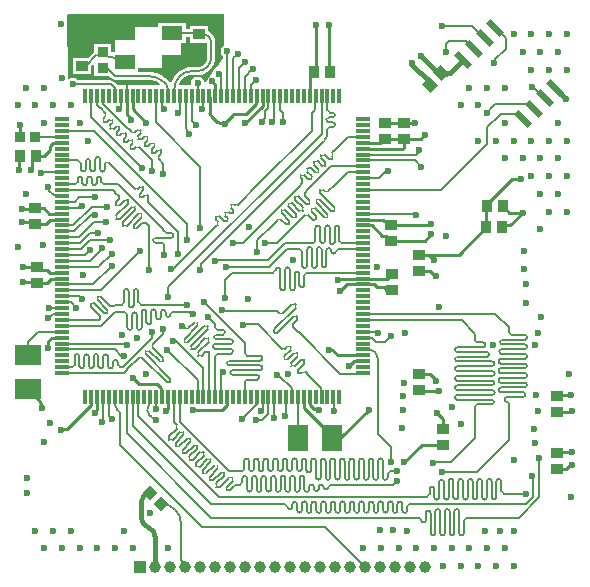
<source format=gbr>
%TF.GenerationSoftware,Altium Limited,Altium Designer,20.2.5 (213)*%
G04 Layer_Physical_Order=1*
G04 Layer_Color=255*
%FSLAX44Y44*%
%MOMM*%
%TF.SameCoordinates,159794D8-7842-4491-B27A-FE66E37C9FAE*%
%TF.FilePolarity,Positive*%
%TF.FileFunction,Copper,L1,Top,Signal*%
%TF.Part,Single*%
G01*
G75*
%TA.AperFunction,Conductor*%
%ADD10C,0.2540*%
%ADD11C,0.1469*%
%ADD12C,0.1506*%
%ADD13C,0.3810*%
%ADD14C,0.1506*%
%TA.AperFunction,SMDPad,SMDef*%
G04:AMPARAMS|DCode=15|XSize=1.65mm|YSize=0.58mm|CornerRadius=0.0725mm|HoleSize=0mm|Usage=FLASHONLY|Rotation=135.000|XOffset=0mm|YOffset=0mm|HoleType=Round|Shape=RoundedRectangle|*
%AMROUNDEDRECTD15*
21,1,1.6500,0.4350,0,0,135.0*
21,1,1.5050,0.5800,0,0,135.0*
1,1,0.1450,-0.3783,0.6859*
1,1,0.1450,0.6859,-0.3783*
1,1,0.1450,0.3783,-0.6859*
1,1,0.1450,-0.6859,0.3783*
%
%ADD15ROUNDEDRECTD15*%
G04:AMPARAMS|DCode=16|XSize=0.95mm|YSize=0.85mm|CornerRadius=0mm|HoleSize=0mm|Usage=FLASHONLY|Rotation=225.000|XOffset=0mm|YOffset=0mm|HoleType=Round|Shape=Rectangle|*
%AMROTATEDRECTD16*
4,1,4,0.0354,0.6364,0.6364,0.0354,-0.0354,-0.6364,-0.6364,-0.0354,0.0354,0.6364,0.0*
%
%ADD16ROTATEDRECTD16*%

%ADD17R,1.8000X2.2300*%
%ADD18R,0.9000X1.0000*%
%ADD19R,1.0000X0.9000*%
%ADD20R,1.8000X1.2000*%
%TA.AperFunction,SMDPad,CuDef*%
%ADD21R,1.1938X0.3048*%
%ADD22R,0.3048X1.1938*%
%TA.AperFunction,SMDPad,SMDef*%
%ADD23R,0.8500X0.9500*%
G04:AMPARAMS|DCode=24|XSize=1mm|YSize=0.9mm|CornerRadius=0mm|HoleSize=0mm|Usage=FLASHONLY|Rotation=315.000|XOffset=0mm|YOffset=0mm|HoleType=Round|Shape=Rectangle|*
%AMROTATEDRECTD24*
4,1,4,-0.6718,0.0354,-0.0354,0.6718,0.6718,-0.0354,0.0354,-0.6718,-0.6718,0.0354,0.0*
%
%ADD24ROTATEDRECTD24*%

%ADD25R,0.9500X0.8500*%
%ADD26R,2.2300X1.8000*%
%TA.AperFunction,NonConductor*%
%ADD27C,0.1506*%
%TA.AperFunction,ComponentPad*%
%ADD28R,1.0000X1.0000*%
%ADD29C,1.0000*%
%TA.AperFunction,ViaPad*%
%ADD30C,0.6000*%
G36*
X492078Y893536D02*
X506216D01*
Y881175D01*
X506220Y881154D01*
X505946Y879071D01*
X505134Y877110D01*
X503842Y875426D01*
X502158Y874134D01*
X500197Y873322D01*
X498114Y873047D01*
X498092Y873052D01*
X493774D01*
Y873078D01*
X490092Y872715D01*
X486551Y871641D01*
X483287Y869897D01*
X480427Y867549D01*
X478079Y864689D01*
X476335Y861425D01*
X476029Y860417D01*
X474624Y860161D01*
X473436Y861709D01*
X473194Y861895D01*
X473170Y861931D01*
X473103Y861976D01*
X473055Y862041D01*
X473049Y862047D01*
X472758Y862221D01*
X470892Y863814D01*
X467253Y866044D01*
X463310Y867677D01*
X459160Y868674D01*
X454915Y869008D01*
Y868990D01*
X454914Y868989D01*
X454914Y868989D01*
X447978D01*
Y872244D01*
X483954Y872244D01*
X483954Y892968D01*
X487978D01*
Y898151D01*
X492078D01*
Y893536D01*
D02*
G37*
G36*
X520700Y891294D02*
X519341Y890386D01*
X518117Y888554D01*
X517687Y886392D01*
X518117Y884231D01*
X519341Y882398D01*
X519683Y882170D01*
Y880278D01*
X514136Y872662D01*
X513966Y872629D01*
X512134Y871404D01*
X510909Y869572D01*
X510543Y867729D01*
X504899Y859979D01*
X503545Y860277D01*
X503313Y861444D01*
X502088Y863276D01*
X500256Y864501D01*
X498094Y864930D01*
X495932Y864501D01*
X494100Y863276D01*
X492875Y861444D01*
X492445Y859282D01*
X492631Y858351D01*
X491825Y857369D01*
X483162D01*
X482456Y858425D01*
X483229Y860290D01*
X485164Y862812D01*
X487686Y864747D01*
X490623Y865964D01*
X493648Y866362D01*
X493774Y866337D01*
X498092D01*
Y866330D01*
X500989Y866615D01*
X503773Y867460D01*
X506340Y868832D01*
X508590Y870678D01*
X510436Y872928D01*
X511808Y875494D01*
X512653Y878279D01*
X512938Y881175D01*
X512931D01*
Y894468D01*
X512947D01*
X512624Y896922D01*
X511677Y899209D01*
X510170Y901173D01*
X508206Y902680D01*
X507158Y903114D01*
Y907616D01*
X492078D01*
Y904865D01*
X487978D01*
Y910048D01*
X464898D01*
Y907921D01*
X464000Y907023D01*
X428498Y907032D01*
Y886048D01*
X425120D01*
Y892130D01*
X410540D01*
Y885648D01*
X409811Y885161D01*
X409802Y885148D01*
X408929Y884237D01*
X405492Y880800D01*
X392510D01*
Y866720D01*
X407590D01*
Y873402D01*
X409367Y875179D01*
X410540Y874693D01*
Y865550D01*
X423155D01*
X425006Y863699D01*
X425006Y863699D01*
X424985Y863678D01*
X426573Y862617D01*
X428445Y862245D01*
Y862274D01*
X428445Y862275D01*
X454914D01*
X455033Y862298D01*
X458905Y861917D01*
X462751Y860750D01*
X466295Y858856D01*
X466650Y858565D01*
X466222Y857369D01*
X438976D01*
Y854202D01*
X437104D01*
Y857369D01*
X430351D01*
X427080Y860640D01*
X425991Y861368D01*
X424706Y861623D01*
X397104D01*
X396678Y862260D01*
X394846Y863485D01*
X392684Y863914D01*
X390522Y863485D01*
X389226Y862618D01*
X387953Y863269D01*
X387739Y917310D01*
X388635Y918210D01*
X520700Y918210D01*
X520700Y891294D01*
D02*
G37*
D10*
X366268Y587090D02*
G03*
X365516Y588894I-2540J0D01*
G01*
X415259Y901428D02*
G03*
X413474Y900684I11J-2540D01*
G01*
X390652Y889800D02*
G03*
X393192Y887260I2540J0D01*
G01*
X508468Y833693D02*
G03*
X509212Y831908I2540J11D01*
G01*
X514646Y826474D02*
G03*
X516436Y825736I1790J1802D01*
G01*
X508468Y847449D02*
G03*
X508095Y848774I-2540J0D01*
G01*
X435805Y901428D02*
G03*
X436300Y901477I0J2540D01*
G01*
X530123Y833120D02*
G03*
X528333Y832371I11J-2540D01*
G01*
X617980Y558800D02*
G03*
X619776Y559544I0J2540D01*
G01*
X612140Y559018D02*
G03*
X611387Y560823I-2540J0D01*
G01*
X467986Y599654D02*
G03*
X467242Y601461I-2540J11D01*
G01*
X467986Y594381D02*
G03*
X468040Y593860I2540J0D01*
G01*
X366268Y583946D02*
Y587090D01*
X354076Y600334D02*
X365516Y588894D01*
X391167Y890315D02*
Y910367D01*
X390652Y889800D02*
X391167Y890315D01*
X400050Y887260D02*
X400059Y887269D01*
X415270Y901428D02*
X435805D01*
X400059Y887269D02*
X413474Y900684D01*
X415259Y901428D02*
X415270Y901428D01*
X399473Y887260D02*
X400050D01*
X393192D02*
X398036Y887260D01*
X399473Y887260D01*
X443040Y837120D02*
X454660Y825500D01*
X438040Y832896D02*
X441960Y828976D01*
X443040Y837120D02*
Y848860D01*
X438040Y832896D02*
Y848860D01*
X441960Y828040D02*
Y828976D01*
X508468Y833693D02*
Y847449D01*
X509212Y831908D02*
X514646Y826474D01*
X516436Y825736D02*
X520971Y825736D01*
X508040Y848860D02*
X508047Y848853D01*
X508095Y848774D01*
X510286Y860806D02*
X513240Y857852D01*
Y849060D02*
Y857852D01*
X436433Y901503D02*
X436438Y901508D01*
X436300Y901477D02*
X436433Y901503D01*
X742550Y737870D02*
Y756520D01*
X694290Y714140D02*
X719320D01*
X530123Y833120D02*
X530134Y833120D01*
X528333Y832371D02*
X528333Y832371D01*
X522478Y826516D02*
X528333Y832371D01*
X530134Y833120D02*
X539104D01*
X762872Y739114D02*
X773244Y749486D01*
X612140Y558800D02*
X617980D01*
X612140D02*
Y559018D01*
X467986Y599654D02*
Y599654D01*
Y594381D02*
Y599654D01*
X468040Y593860D02*
X468040Y593860D01*
X411480Y580390D02*
Y581326D01*
X407786Y586802D02*
Y593606D01*
X387145Y566161D02*
X407786Y586802D01*
X411480Y581326D02*
X413040Y582886D01*
X471699Y582102D02*
X472786Y583190D01*
Y593606D01*
X371348Y640781D02*
X374427Y643860D01*
X371348Y634746D02*
Y640781D01*
X374427Y643860D02*
X383040D01*
X619776Y559544D02*
X643162Y582930D01*
X588040Y584170D02*
X603005Y569205D01*
X611387Y560823D01*
X472786Y593606D02*
X473040Y593860D01*
X463929Y604774D02*
X467242Y601461D01*
X448818Y604774D02*
X463929D01*
X443738Y609854D02*
X448818Y604774D01*
X513040Y848860D02*
X513240Y849060D01*
X539104Y833120D02*
X547786Y841803D01*
X538480Y825500D02*
X553040Y840060D01*
X699770Y607211D02*
Y608330D01*
X494030Y582351D02*
X518335D01*
X522786Y586802D01*
Y593606D01*
X523040Y593860D01*
X638040Y693860D02*
X638040Y693860D01*
X658670D01*
X662440Y697630D01*
X662940D01*
X657860Y684130D02*
X662940D01*
X361550Y690880D02*
X361950Y690480D01*
X350520Y690880D02*
X361550D01*
Y703580D02*
X361950Y703980D01*
X350520Y703580D02*
X361550D01*
X361950Y703980D02*
X364890Y701040D01*
X370840D01*
X373020Y698860D02*
X383040D01*
X370840Y701040D02*
X373020Y698860D01*
X361950Y690480D02*
X370760D01*
X373886Y693606D01*
X382786D01*
X383040Y693860D01*
X407786Y593606D02*
X408040Y593860D01*
X383281Y566161D02*
X387145D01*
X382619Y565499D02*
X383281Y566161D01*
X413040Y582886D02*
Y593860D01*
X347830Y814070D02*
X347980Y814220D01*
Y824230D01*
X346710Y796690D02*
X347580Y797560D01*
X346710Y786130D02*
Y796690D01*
X357850Y794330D02*
X361080Y797560D01*
X357850Y788046D02*
Y794330D01*
X356870Y787066D02*
X357850Y788046D01*
X356870Y786130D02*
Y787066D01*
X373450Y802710D02*
Y806074D01*
X375983Y808606D02*
X382786D01*
X373450Y806074D02*
X375983Y808606D01*
X361080Y797560D02*
X368300D01*
X373450Y802710D01*
X382786Y808606D02*
X383040Y808860D01*
X367900Y753510D02*
X372550Y748860D01*
X360680Y753510D02*
X367900D01*
X359010Y741680D02*
X360680Y740010D01*
X349250Y741680D02*
X359010D01*
X360280Y753110D02*
X360680Y753510D01*
X349250Y753110D02*
X360280D01*
X372550Y748860D02*
X383040D01*
X360680Y740010D02*
X369577D01*
X373261Y743693D01*
X382873D01*
X383040Y743860D01*
X609600Y869080D02*
X610000Y868680D01*
X609600Y869080D02*
Y908639D01*
X596500Y868680D02*
X598170Y870350D01*
Y908639D01*
X593040Y848860D02*
Y864720D01*
X596500Y868180D01*
Y868680D01*
X553040Y840060D02*
Y848860D01*
X547786Y848606D02*
X548040Y848860D01*
X547786Y841803D02*
Y848606D01*
X656590Y825900D02*
X673100D01*
X638040Y808860D02*
X652550D01*
X656090Y812400D01*
X656590D01*
X638040Y803860D02*
X671612D01*
X673100Y805348D02*
Y812400D01*
X671612Y803860D02*
X673100Y805348D01*
Y812400D02*
X687004D01*
X656590D02*
X673100D01*
X687004D02*
X689944Y815340D01*
X690880D01*
X673100Y825900D02*
X681590D01*
X681990Y825500D01*
X645440Y738860D02*
X654513Y729787D01*
X638040Y738860D02*
X645440D01*
X654513Y729787D02*
X657923D01*
X661670Y726040D01*
X690480D01*
X638040Y743860D02*
X655110D01*
X658440Y742770D02*
X661670Y739540D01*
X656200Y742770D02*
X658440D01*
X661670Y739540D02*
X694154D01*
X655110Y743860D02*
X656200Y742770D01*
X694154Y739540D02*
X695024Y740410D01*
X695960D01*
X690480Y726040D02*
X695960Y731520D01*
X685800Y714140D02*
X694290D01*
X719320D02*
X742550Y737370D01*
Y737870D01*
X624383Y688860D02*
X638040D01*
X618783Y683260D02*
X624383Y688860D01*
X619049Y693860D02*
X638040D01*
X617756Y692567D02*
X619049Y693860D01*
X616820Y692567D02*
X617756D01*
X638087Y688907D02*
X647148D01*
X638040Y688860D02*
X638087Y688907D01*
X655657Y686333D02*
X657860Y684130D01*
X649721Y686333D02*
X655657D01*
X647148Y688907D02*
X649721Y686333D01*
X761714Y749486D02*
X773244D01*
X756310Y754890D02*
X761714Y749486D01*
X756310Y754890D02*
Y755390D01*
X756050Y737870D02*
X757294Y739114D01*
X762872D01*
X764540Y778510D02*
X772160D01*
X742550Y756520D02*
X764540Y778510D01*
X685800Y700640D02*
X694819D01*
X699499Y695960D01*
X699770D01*
X694290Y714140D02*
X698500Y709930D01*
X685546Y613430D02*
X694670D01*
X699770Y608330D01*
X685546Y599930D02*
X686796Y598680D01*
X702820D01*
X802640Y594760D02*
X803510Y595630D01*
X814070D01*
X802640Y546500D02*
X803510Y547370D01*
X815340D01*
X687940Y553320D02*
X706120D01*
X673100Y538480D02*
X687940Y553320D01*
X706120Y566820D02*
Y575310D01*
X701040Y580390D02*
X706120Y575310D01*
X802640Y581260D02*
X814940D01*
X815044Y581364D01*
X810071Y533000D02*
X813011Y535940D01*
X815340D01*
X802640Y533000D02*
X810071D01*
X609600Y633730D02*
X612140D01*
X630631Y623860D02*
X638040D01*
X626531Y619760D02*
X630631Y623860D01*
X617010Y628860D02*
X638040D01*
X612140Y633730D02*
X617010Y628860D01*
X588040Y584170D02*
Y593860D01*
X593223Y586527D02*
Y593677D01*
Y586527D02*
X596468Y583283D01*
X599768D01*
X600628Y582423D01*
X593040Y593860D02*
X593223Y593677D01*
D11*
X725510Y894920D02*
G03*
X725508Y894922I-1038J-1038D01*
G01*
D02*
G03*
X724471Y895350I-1036J-1041D01*
G01*
X711808D02*
G03*
X710770Y894920I0J-1469D01*
G01*
X493468Y827332D02*
G03*
X493470Y827330I1041J1036D01*
G01*
X493040Y828368D02*
G03*
X493468Y827332I1469J0D01*
G01*
X725508Y894922D02*
X725510Y894920D01*
X730340Y908050D02*
X741140Y897250D01*
X742950Y834390D02*
X748302Y839742D01*
X711808Y895350D02*
X724471Y895350D01*
X708152Y885698D02*
Y892302D01*
X725510Y894920D02*
X732160Y888270D01*
X708152Y892302D02*
X710770Y894920D01*
X704850Y908050D02*
X730340D01*
X502349Y848169D02*
X503040Y848860D01*
X502349Y838042D02*
Y848169D01*
X501658Y837351D02*
X502349Y838042D01*
X493040Y828368D02*
Y848860D01*
X493470Y827330D02*
X496824Y823976D01*
X493468Y827332D02*
X493470Y827330D01*
X493470Y827330D02*
X493470Y827330D01*
D12*
X759019Y888559D02*
G03*
X759460Y889624I-1065J1065D01*
G01*
Y896267D02*
G03*
X759019Y897332I-1506J0D01*
G01*
X484124Y486410D02*
G03*
X467384Y503150I-16740J0D01*
G01*
X421559Y871894D02*
G03*
X420490Y872340I-1070J-1059D01*
G01*
X427380Y866073D02*
G03*
X428445Y865632I1065J1065D01*
G01*
X473040Y854511D02*
G03*
X470802Y859552I-6807J-5D01*
G01*
X470796Y859557D02*
G03*
X454914Y865632I-15891J-17747D01*
G01*
X493774Y869694D02*
G03*
X478282Y854202I0J-15492D01*
G01*
X498092Y869694D02*
G03*
X509573Y881175I0J11481D01*
G01*
Y894468D02*
G03*
X503466Y900576I-6108J0D01*
G01*
X478040Y848860D02*
G03*
X478282Y849102I0J242D01*
G01*
X402576Y873760D02*
G03*
X403641Y874201I0J1506D01*
G01*
X433054Y877045D02*
G03*
X419957Y882470I-14044J-15383D01*
G01*
X418637Y883392D02*
G03*
X419957Y882470I1389J582D01*
G01*
X433054Y877045D02*
G03*
X434645Y876765I1015J1112D01*
G01*
X732356Y647626D02*
G03*
X732354Y647628I-1072J-1057D01*
G01*
X732790Y646577D02*
G03*
X732356Y647626I-1506J-9D01*
G01*
X761566Y652960D02*
G03*
X761564Y652962I-1072J-1057D01*
G01*
X762000Y651911D02*
G03*
X761566Y652960I-1506J-9D01*
G01*
X413676Y703860D02*
G03*
X414741Y704301I0J1506D01*
G01*
X408836Y688860D02*
G03*
X409901Y689301I0J1506D01*
G01*
X415267Y683860D02*
G03*
X416331Y684301I0J1506D01*
G01*
X605119Y810281D02*
G03*
X608040Y815338I-7847J7904D01*
G01*
X501126Y706289D02*
G03*
X500683Y705222I1063J-1067D01*
G01*
X585354Y773305D02*
G03*
X585788Y774362I-1072J1057D01*
G01*
X545616Y732985D02*
G03*
X545803Y733167I-4303J4592D01*
G01*
X535326Y723900D02*
G03*
X536355Y724307I-0J1506D01*
G01*
X597416Y836827D02*
G03*
X597857Y837892I-1065J1065D01*
G01*
X595563Y834975D02*
G03*
X595122Y833910I1065J-1065D01*
G01*
X413160Y883203D02*
G03*
X417830Y885340I-538J7344D01*
G01*
X413160Y883203D02*
G03*
X412202Y882762I110J-1502D01*
G01*
X582940Y558800D02*
G03*
X583040Y559348I-1406J540D01*
G01*
X650494Y626320D02*
G03*
X650274Y627103I-1506J0D01*
G01*
X650494Y563234D02*
G03*
X650935Y562169I1506J0D01*
G01*
X661924Y550556D02*
G03*
X661478Y551626I-1506J0D01*
G01*
X650240Y627157D02*
G03*
X643753Y633677I-6487J33D01*
G01*
X578040Y600114D02*
G03*
X577592Y601186I-1506J0D01*
G01*
X769790Y832679D02*
G03*
X768726Y833120I-1065J-1065D01*
G01*
X488031Y848766D02*
G03*
X488027Y848662I1502J-104D01*
G01*
X488027Y823069D02*
G03*
X490972Y816620I10118J724D01*
G01*
X432562Y553328D02*
G03*
X433003Y552263I1506J0D01*
G01*
X432562Y578204D02*
G03*
X430003Y582942I-5630J20D01*
G01*
X428040Y586562D02*
G03*
X430003Y582942I4320J-0D01*
G01*
X721569Y658413D02*
G03*
X720498Y658860I-1070J-1059D01*
G01*
X751113Y663413D02*
G03*
X750042Y663860I-1070J-1059D01*
G01*
X762000Y587532D02*
G03*
X759977Y589555I-2023J0D01*
G01*
X759977Y593601D02*
G03*
X759977Y589555I0J-2023D01*
G01*
X773492Y593601D02*
G03*
X773492Y597646I0J2023D01*
G01*
X754861Y601692D02*
G03*
X754861Y597646I0J-2023D01*
G01*
X774963Y601692D02*
G03*
X774963Y605738I0J2023D01*
G01*
X754861Y609783D02*
G03*
X754861Y605738I0J-2023D01*
G01*
X774963Y609783D02*
G03*
X774963Y613829I0J2023D01*
G01*
X754861Y617875D02*
G03*
X754861Y613829I0J-2023D01*
G01*
X774963Y617875D02*
G03*
X774963Y621920I0J2023D01*
G01*
X754861Y625966D02*
G03*
X754861Y621920I0J-2023D01*
G01*
X774963Y625966D02*
G03*
X774963Y630012I0J2023D01*
G01*
X755469Y634057D02*
G03*
X755469Y630012I0J-2023D01*
G01*
X774963Y634057D02*
G03*
X774963Y638103I0J2023D01*
G01*
X756346Y642149D02*
G03*
X756346Y638103I0J-2023D01*
G01*
X774963Y642149D02*
G03*
X774963Y646194I0J2023D01*
G01*
X762000Y648217D02*
G03*
X764023Y646194I2023J0D01*
G01*
X431122Y773412D02*
G03*
X430051Y773860I-1071J-1058D01*
G01*
X469900Y722371D02*
G03*
X467877Y724393I-2023J0D01*
G01*
X462506Y728439D02*
G03*
X462506Y724393I0J-2023D01*
G01*
X475610Y728439D02*
G03*
X475610Y732485I0J2023D01*
G01*
X469900Y734508D02*
G03*
X471923Y732485I2023J0D01*
G01*
X594681Y818892D02*
G03*
X595122Y819956I-1065J1065D01*
G01*
X459938Y638357D02*
G03*
X459938Y635496I1430J-1430D01*
G01*
X468785Y623789D02*
G03*
X468785Y626649I-1430J1430D01*
G01*
X465924Y623789D02*
G03*
X468784Y623789I1430J1430D01*
G01*
X457077Y632635D02*
G03*
X454216Y632635I-1430J-1430D01*
G01*
D02*
G03*
X454216Y629775I1430J-1430D01*
G01*
X474786Y606344D02*
G03*
X474786Y609205I-1430J1430D01*
G01*
X471926Y606344D02*
G03*
X474786Y606344I1430J1430D01*
G01*
X451356Y626914D02*
G03*
X448495Y626914I-1430J-1430D01*
G01*
X547599Y586969D02*
G03*
X548040Y588034I-1065J1065D01*
G01*
X567338Y611439D02*
G03*
X566268Y611886I-1070J-1059D01*
G01*
X754913Y833120D02*
G03*
X753849Y832679I0J-1506D01*
G01*
X617189Y718860D02*
G03*
X615166Y716837I0J-2023D01*
G01*
X611121Y716837D02*
G03*
X615166Y716837I2023J0D01*
G01*
X611121Y717600D02*
G03*
X607075Y717600I-2023J0D01*
G01*
X603029Y705135D02*
G03*
X607075Y705135I2023J0D01*
G01*
X603029Y718555D02*
G03*
X598984Y718555I-2023J0D01*
G01*
X594938Y704826D02*
G03*
X598984Y704826I2023J0D01*
G01*
X594938Y718553D02*
G03*
X590892Y718553I-2023J0D01*
G01*
X586847Y704826D02*
G03*
X590892Y704826I2023J0D01*
G01*
X586847Y716837D02*
G03*
X584824Y718860I-2023J0D01*
G01*
X589455Y614594D02*
G03*
X586595Y614594I-1430J-1430D01*
G01*
X583099Y613960D02*
G03*
X585960Y613960I1430J1430D01*
G01*
X583099Y616821D02*
G03*
X583099Y613960I1430J-1430D01*
G01*
X588224Y621945D02*
G03*
X588224Y624806I-1430J1430D01*
G01*
D02*
G03*
X585363Y624806I-1430J-1430D01*
G01*
X577378Y619681D02*
G03*
X580239Y619681I1430J1430D01*
G01*
X577378Y622542D02*
G03*
X577378Y619681I1430J-1430D01*
G01*
X582503Y627667D02*
G03*
X582503Y630527I-1430J1430D01*
G01*
X582503Y630527D02*
G03*
X579642Y630527I-1430J-1430D01*
G01*
X571657Y625403D02*
G03*
X574517Y625403I1430J1430D01*
G01*
X571657Y628264D02*
G03*
X571657Y625403I1430J-1430D01*
G01*
X576781Y633388D02*
G03*
X576781Y636249I-1430J1430D01*
G01*
X576781Y636249D02*
G03*
X573921Y636249I-1430J-1430D01*
G01*
X569430Y634619D02*
G03*
X572291Y634619I1430J1430D01*
G01*
X529476Y756547D02*
G03*
X532336Y756547I1430J1430D01*
G01*
X529475Y756547D02*
G03*
X526615Y756547I-1430J-1430D01*
G01*
D02*
G03*
X526615Y753687I1430J-1430D01*
G01*
X528046Y749395D02*
G03*
X528045Y752256I-1430J1430D01*
G01*
X525185Y749395D02*
G03*
X528045Y749395I1430J1430D01*
G01*
X524522Y750057D02*
G03*
X521662Y750057I-1430J-1430D01*
G01*
X521662Y750057D02*
G03*
X521662Y747197I1430J-1430D01*
G01*
X523458Y742540D02*
G03*
X523458Y745400I-1430J1430D01*
G01*
X520597Y742540D02*
G03*
X523458Y742540I1430J1430D01*
G01*
X516403Y746733D02*
G03*
X513543Y746734I-1430J-1430D01*
G01*
X513543Y746733D02*
G03*
X513543Y743873I1430J-1430D01*
G01*
X515172Y739383D02*
G03*
X515172Y742243I-1430J1430D01*
G01*
X608040Y836321D02*
G03*
X610063Y834298I2023J0D01*
G01*
X612367Y830253D02*
G03*
X612367Y834298I0J2023D01*
G01*
X609109Y830253D02*
G03*
X609109Y826207I0J-2023D01*
G01*
X612367Y822161D02*
G03*
X612367Y826207I0J2023D01*
G01*
X610063Y822161D02*
G03*
X608040Y820139I0J-2023D01*
G01*
X442146Y817604D02*
G03*
X445007Y817604I1430J1430D01*
G01*
X449977Y819714D02*
G03*
X447117Y819714I-1430J-1430D01*
G01*
X449977Y816853D02*
G03*
X449977Y819714I-1430J1430D01*
G01*
X447859Y814735D02*
G03*
X447859Y811874I1430J-1430D01*
G01*
X447859Y811874D02*
G03*
X450719Y811874I1430J1430D01*
G01*
X455699Y813993D02*
G03*
X452838Y813993I-1430J-1430D01*
G01*
X455699Y811132D02*
G03*
X455699Y813993I-1430J1430D01*
G01*
X453589Y809022D02*
G03*
X453589Y806161I1430J-1430D01*
G01*
X453589Y806161D02*
G03*
X456450Y806161I1430J1430D01*
G01*
X461420Y808271D02*
G03*
X458559Y808271I-1430J-1430D01*
G01*
X461420Y805411D02*
G03*
X461420Y808271I-1430J1430D01*
G01*
X459310Y803301D02*
G03*
X459310Y800440I1430J-1430D01*
G01*
X459310Y800440D02*
G03*
X462171Y800440I1430J1430D01*
G01*
X467141Y802550D02*
G03*
X464281Y802550I-1430J-1430D01*
G01*
X467141Y799689D02*
G03*
X467141Y802550I-1430J1430D01*
G01*
X465032Y797579D02*
G03*
X465032Y794719I1430J-1430D01*
G01*
X420075Y831093D02*
G03*
X420075Y833954I-1430J1430D01*
G01*
X418445Y829464D02*
G03*
X418445Y826603I1430J-1430D01*
G01*
D02*
G03*
X421306Y826603I1430J1430D01*
G01*
X425796Y828232D02*
G03*
X422936Y828232I-1430J-1430D01*
G01*
X425796Y825372D02*
G03*
X425796Y828232I-1430J1430D01*
G01*
X424167Y823742D02*
G03*
X424167Y820882I1430J-1430D01*
G01*
D02*
G03*
X427028Y820882I1430J1430D01*
G01*
X431518Y822511D02*
G03*
X428657Y822511I-1430J-1430D01*
G01*
X431518Y819650D02*
G03*
X431518Y822511I-1430J1430D01*
G01*
X429888Y818021D02*
G03*
X429888Y815160I1430J-1430D01*
G01*
D02*
G03*
X432749Y815160I1430J1430D01*
G01*
X437239Y816790D02*
G03*
X434378Y816790I-1430J-1430D01*
G01*
X437239Y813929D02*
G03*
X437239Y816790I-1430J1430D01*
G01*
X435610Y812299D02*
G03*
X435610Y809439I1430J-1430D01*
G01*
X435610Y809439D02*
G03*
X438470Y809439I1430J1430D01*
G01*
X442961Y811068D02*
G03*
X440100Y811068I-1430J-1430D01*
G01*
X442961Y808207D02*
G03*
X442961Y811068I-1430J1430D01*
G01*
X441331Y806578D02*
G03*
X441331Y803717I1430J-1430D01*
G01*
X441331Y803717D02*
G03*
X444192Y803717I1430J1430D01*
G01*
X448682Y805347D02*
G03*
X445821Y805347I-1430J-1430D01*
G01*
X612066Y800661D02*
G03*
X612066Y797801I1430J-1430D01*
G01*
X612066Y794940D02*
G03*
X612066Y797800I-1430J1430D01*
G01*
X609206Y794940D02*
G03*
X612066Y794940I1430J1430D01*
G01*
X605671Y798475D02*
G03*
X602810Y798475I-1430J-1430D01*
G01*
D02*
G03*
X602810Y795614I1430J-1430D01*
G01*
X606016Y789547D02*
G03*
X606016Y792408I-1430J1430D01*
G01*
X603156Y789547D02*
G03*
X606016Y789547I1430J1430D01*
G01*
X599682Y793021D02*
G03*
X596821Y793021I-1430J-1430D01*
G01*
D02*
G03*
X596821Y790160I1430J-1430D01*
G01*
X600295Y783826D02*
G03*
X600295Y786686I-1430J1430D01*
G01*
X597434Y783826D02*
G03*
X600295Y783826I1430J1430D01*
G01*
X593960Y787299D02*
G03*
X591100Y787299I-1430J-1430D01*
G01*
X591100Y787299D02*
G03*
X591100Y784438I1430J-1430D01*
G01*
X594573Y778104D02*
G03*
X594573Y780965I-1430J1430D01*
G01*
X591713Y778104D02*
G03*
X594573Y778104I1430J1430D01*
G01*
X588239Y781578D02*
G03*
X585378Y781578I-1430J-1430D01*
G01*
X585378Y781578D02*
G03*
X585378Y778717I1430J-1430D01*
G01*
X586320Y774915D02*
G03*
X586320Y777776I-1430J1430D01*
G01*
X456161Y761461D02*
G03*
X456161Y758600I1430J-1430D01*
G01*
X456161Y761461D02*
G03*
X456161Y764322I-1430J1430D01*
G01*
X456161Y764322D02*
G03*
X453300Y764322I-1430J-1430D01*
G01*
X449009Y762891D02*
G03*
X451870Y762891I1430J1430D01*
G01*
X449009Y765752D02*
G03*
X449009Y762891I1430J-1430D01*
G01*
X451894Y768637D02*
G03*
X451894Y771498I-1430J1430D01*
G01*
X451894Y771498D02*
G03*
X449033Y771498I-1430J-1430D01*
G01*
X444718Y770043D02*
G03*
X447579Y770043I1430J1430D01*
G01*
X422933Y791829D02*
G03*
X419480Y790398I-1430J-1430D01*
G01*
X415434Y786485D02*
G03*
X419480Y786485I2023J0D01*
G01*
X415434Y794789D02*
G03*
X411388Y794789I-2023J0D01*
G01*
X407343Y786485D02*
G03*
X411388Y786485I2023J0D01*
G01*
X407343Y792940D02*
G03*
X403297Y792940I-2023J0D01*
G01*
X399251Y786485D02*
G03*
X403297Y786485I2023J0D01*
G01*
X399251Y791837D02*
G03*
X397229Y793860I-2023J0D01*
G01*
X416704Y775883D02*
G03*
X418727Y773860I2023J0D01*
G01*
X416704Y778187D02*
G03*
X412658Y778187I-2023J0D01*
G01*
X408613Y774929D02*
G03*
X412658Y774929I2023J0D01*
G01*
X408613Y778187D02*
G03*
X404567Y778187I-2023J0D01*
G01*
X400521Y774929D02*
G03*
X404567Y774929I2023J0D01*
G01*
X400521Y778187D02*
G03*
X396476Y778187I-2023J0D01*
G01*
X394453Y773860D02*
G03*
X396476Y775883I0J2023D01*
G01*
X579030Y655731D02*
G03*
X579030Y652870I1430J-1430D01*
G01*
X582311Y659011D02*
G03*
X582311Y661872I-1430J1430D01*
G01*
X582311Y661872D02*
G03*
X579450Y661872I-1430J-1430D01*
G01*
X562712Y647995D02*
G03*
X565573Y647995I1430J1430D01*
G01*
X562712Y650855D02*
G03*
X562712Y647995I1430J-1430D01*
G01*
X581045Y669188D02*
G03*
X581045Y672049I-1430J1430D01*
G01*
X581045Y672049D02*
G03*
X578184Y672049I-1430J-1430D01*
G01*
X567587Y664313D02*
G03*
X570448Y664313I1430J1430D01*
G01*
X606027Y767638D02*
G03*
X608888Y767638I1430J1430D01*
G01*
X604666Y769000D02*
G03*
X601805Y769000I-1430J-1430D01*
G01*
D02*
G03*
X601805Y766139I1430J-1430D01*
G01*
X613763Y751320D02*
G03*
X613763Y754181I-1430J1430D01*
G01*
X610903Y751320D02*
G03*
X613763Y751320I1430J1430D01*
G01*
X601622Y760601D02*
G03*
X598761Y760601I-1430J-1430D01*
G01*
D02*
G03*
X598761Y757740I1430J-1430D01*
G01*
X608042Y745599D02*
G03*
X608042Y748459I-1430J1430D01*
G01*
X605181Y745599D02*
G03*
X608042Y745599I1430J1430D01*
G01*
X597445Y753334D02*
G03*
X594585Y753335I-1430J-1430D01*
G01*
X594585Y753334D02*
G03*
X594585Y750474I1430J-1430D01*
G01*
X598441Y743757D02*
G03*
X598441Y746617I-1430J1430D01*
G01*
X595580Y743757D02*
G03*
X598441Y743757I1430J1430D01*
G01*
X591724Y747613D02*
G03*
X588863Y747613I-1430J-1430D01*
G01*
X588884Y766693D02*
G03*
X588884Y763833I1430J-1430D01*
G01*
X592692Y757164D02*
G03*
X592692Y760024I-1430J1430D01*
G01*
X589832Y757164D02*
G03*
X592692Y757164I1430J1430D01*
G01*
X583491Y763504D02*
G03*
X580631Y763504I-1430J-1430D01*
G01*
D02*
G03*
X580631Y760643I1430J-1430D01*
G01*
X586971Y751442D02*
G03*
X586971Y754303I-1430J1430D01*
G01*
X584110Y751442D02*
G03*
X586971Y751442I1430J1430D01*
G01*
X577770Y757783D02*
G03*
X574909Y757783I-1430J-1430D01*
G01*
D02*
G03*
X574909Y754922I1430J-1430D01*
G01*
X581250Y745721D02*
G03*
X581250Y748582I-1430J1430D01*
G01*
X578389Y745721D02*
G03*
X581250Y745721I1430J1430D01*
G01*
X572048Y752061D02*
G03*
X569188Y752061I-1430J-1430D01*
G01*
X569188Y752061D02*
G03*
X569188Y749201I1430J-1430D01*
G01*
X575528Y739999D02*
G03*
X575528Y742860I-1430J1430D01*
G01*
X572667Y739999D02*
G03*
X575528Y739999I1430J1430D01*
G01*
X568859Y743808D02*
G03*
X565998Y743808I-1430J-1430D01*
G01*
X618117Y725883D02*
G03*
X620140Y723860I2023J0D01*
G01*
X618117Y736823D02*
G03*
X614071Y736823I-2023J0D01*
G01*
X610026Y724929D02*
G03*
X614071Y724929I2023J0D01*
G01*
X610026Y736823D02*
G03*
X605980Y736823I-2023J0D01*
G01*
X601934Y725883D02*
G03*
X605980Y725883I2023J0D01*
G01*
X601934Y736823D02*
G03*
X597889Y736823I-2023J0D01*
G01*
X595866Y723860D02*
G03*
X597889Y725883I0J2023D01*
G01*
X590413Y698860D02*
G03*
X588390Y696837I0J-2023D01*
G01*
X584344Y688319D02*
G03*
X588390Y688319I2023J0D01*
G01*
X584344Y697813D02*
G03*
X580298Y697813I-2023J0D01*
G01*
X576253Y685897D02*
G03*
X580298Y685897I2023J0D01*
G01*
X576253Y701232D02*
G03*
X572207Y701232I-2023J0D01*
G01*
X568161Y685897D02*
G03*
X572207Y685897I2023J0D01*
G01*
X568161Y701152D02*
G03*
X564116Y701152I-2023J0D01*
G01*
X562093Y698860D02*
G03*
X564116Y700883I0J2023D01*
G01*
X477055Y665423D02*
G03*
X475032Y663400I0J-2023D01*
G01*
X470987Y663400D02*
G03*
X475032Y663400I2023J0D01*
G01*
X470987Y665423D02*
G03*
X466941Y665423I-2023J0D01*
G01*
X462895Y661355D02*
G03*
X466941Y661355I2023J0D01*
G01*
X462895Y665761D02*
G03*
X458850Y665761I-2023J0D01*
G01*
X454804Y657286D02*
G03*
X458850Y657286I2023J0D01*
G01*
X454804Y665761D02*
G03*
X450758Y665761I-2023J0D01*
G01*
X446713Y652460D02*
G03*
X450758Y652460I2023J0D01*
G01*
X446713Y663405D02*
G03*
X442667Y663405I-2023J0D01*
G01*
X438621Y652460D02*
G03*
X442667Y652460I2023J0D01*
G01*
X438621Y663400D02*
G03*
X436599Y665423I-2023J0D01*
G01*
X454273Y740806D02*
G03*
X451413Y740806I-1430J-1430D01*
G01*
X444204Y736458D02*
G03*
X447065Y736458I1430J1430D01*
G01*
X444204Y739318D02*
G03*
X444204Y736458I1430J-1430D01*
G01*
X450767Y745881D02*
G03*
X450767Y748742I-1430J1430D01*
G01*
D02*
G03*
X447906Y748742I-1430J-1430D01*
G01*
X435095Y738791D02*
G03*
X437955Y738791I1430J1430D01*
G01*
X435095Y741652D02*
G03*
X435095Y738791I1430J-1430D01*
G01*
X445045Y751603D02*
G03*
X445045Y754463I-1430J1430D01*
G01*
D02*
G03*
X442185Y754463I-1430J-1430D01*
G01*
X429373Y744513D02*
G03*
X432234Y744513I1430J1430D01*
G01*
X429373Y747373D02*
G03*
X429373Y744513I1430J-1430D01*
G01*
X439324Y757324D02*
G03*
X439324Y760185I-1430J1430D01*
G01*
X439324Y760185D02*
G03*
X436463Y760185I-1430J-1430D01*
G01*
X429169Y755751D02*
G03*
X432029Y755751I1430J1430D01*
G01*
X429169Y758612D02*
G03*
X429169Y755751I1430J-1430D01*
G01*
X431388Y760831D02*
G03*
X431388Y763691I-1430J1430D01*
G01*
X515063Y630316D02*
G03*
X513040Y628293I0J-2023D01*
G01*
X526003Y630316D02*
G03*
X526003Y634362I0J2023D01*
G01*
X513231Y638407D02*
G03*
X513231Y634362I0J-2023D01*
G01*
X526003Y638407D02*
G03*
X526003Y642453I0J2023D01*
G01*
X514225Y646499D02*
G03*
X514225Y642453I0J-2023D01*
G01*
X519184Y646499D02*
G03*
X519184Y650544I0J2023D01*
G01*
X513040Y652567D02*
G03*
X515063Y650544I2023J0D01*
G01*
X430347Y621066D02*
G03*
X432370Y619043I2023J0D01*
G01*
X430347Y622991D02*
G03*
X426301Y622991I-2023J0D01*
G01*
X422255Y619929D02*
G03*
X426301Y619929I2023J0D01*
G01*
X422255Y627791D02*
G03*
X418210Y627791I-2023J0D01*
G01*
X414164Y619929D02*
G03*
X418210Y619929I2023J0D01*
G01*
X414164Y627791D02*
G03*
X410118Y627791I-2023J0D01*
G01*
X406073Y619929D02*
G03*
X410118Y619929I2023J0D01*
G01*
X406073Y627791D02*
G03*
X402027Y627791I-2023J0D01*
G01*
X397981Y619929D02*
G03*
X402027Y619929I2023J0D01*
G01*
X397981Y627791D02*
G03*
X393936Y627791I-2023J0D01*
G01*
X391913Y619043D02*
G03*
X393936Y621066I0J2023D01*
G01*
X447983Y673853D02*
G03*
X450006Y671830I2023J0D01*
G01*
X447983Y683026D02*
G03*
X443937Y683026I-2023J0D01*
G01*
X439891Y671491D02*
G03*
X443937Y671491I2023J0D01*
G01*
X439891Y683026D02*
G03*
X435846Y683026I-2023J0D01*
G01*
X433823Y671830D02*
G03*
X435846Y673853I0J2023D01*
G01*
X424135Y670835D02*
G03*
X426995Y670835I1430J1430D01*
G01*
X416399Y678571D02*
G03*
X413538Y678571I-1430J-1430D01*
G01*
X413538Y678571D02*
G03*
X413538Y675711I1430J-1430D01*
G01*
X421588Y664800D02*
G03*
X421588Y667660I-1430J1430D01*
G01*
X418727Y664800D02*
G03*
X421588Y664800I1430J1430D01*
G01*
X410677Y672850D02*
G03*
X407816Y672850I-1430J-1430D01*
G01*
X407816Y672850D02*
G03*
X407816Y669989I1430J-1430D01*
G01*
X415552Y659392D02*
G03*
X415552Y662253I-1430J1430D01*
G01*
X487483Y651707D02*
G03*
X490343Y651707I1430J1430D01*
G01*
X497983Y656487D02*
G03*
X495123Y656487I-1430J-1430D01*
G01*
X497983Y653626D02*
G03*
X497984Y656487I-1430J1430D01*
G01*
X487179Y642822D02*
G03*
X487179Y639961I1430J-1430D01*
G01*
D02*
G03*
X490040Y639961I1430J1430D01*
G01*
X506661Y653722D02*
G03*
X503801Y653722I-1430J-1430D01*
G01*
X506661Y650861D02*
G03*
X506661Y653722I-1430J1430D01*
G01*
X492901Y637101D02*
G03*
X492901Y634240I1430J-1430D01*
G01*
X492901Y634240D02*
G03*
X495762Y634240I1430J1430D01*
G01*
X507564Y643182D02*
G03*
X504703Y643182I-1430J-1430D01*
G01*
X507564Y640321D02*
G03*
X507564Y643182I-1430J1430D01*
G01*
X498622Y631379D02*
G03*
X498622Y628519I1430J-1430D01*
G01*
X498622Y628518D02*
G03*
X501483Y628518I1430J1430D01*
G01*
X507508Y631682D02*
G03*
X504647Y631682I-1430J-1430D01*
G01*
X540063Y608231D02*
G03*
X538040Y606208I0J-2023D01*
G01*
X548301Y608231D02*
G03*
X548301Y612277I0J2023D01*
G01*
X527746Y616322D02*
G03*
X527746Y612277I0J-2023D01*
G01*
X551003Y616322D02*
G03*
X551003Y620368I0J2023D01*
G01*
X525077Y624414D02*
G03*
X525077Y620368I0J-2023D01*
G01*
X551003Y624414D02*
G03*
X551003Y628459I0J2023D01*
G01*
X538040Y630482D02*
G03*
X540063Y628459I2023J0D01*
G01*
X535616Y530860D02*
G03*
X537639Y532883I0J2023D01*
G01*
X541685Y539482D02*
G03*
X537639Y539482I-2023J0D01*
G01*
X541685Y532883D02*
G03*
X545730Y532883I2023J0D01*
G01*
X549776Y539516D02*
G03*
X545730Y539516I-2023J0D01*
G01*
X549776Y532883D02*
G03*
X553821Y532883I2023J0D01*
G01*
X557867Y539516D02*
G03*
X553821Y539516I-2023J0D01*
G01*
X557867Y532883D02*
G03*
X561913Y532883I2023J0D01*
G01*
X565959Y539516D02*
G03*
X561913Y539516I-2023J0D01*
G01*
X565959Y532883D02*
G03*
X570004Y532883I2023J0D01*
G01*
X574050Y539516D02*
G03*
X570004Y539516I-2023J0D01*
G01*
X574050Y532883D02*
G03*
X578096Y532883I2023J0D01*
G01*
X582141Y539516D02*
G03*
X578096Y539516I-2023J0D01*
G01*
X582141Y532883D02*
G03*
X586187Y532883I2023J0D01*
G01*
X590233Y539516D02*
G03*
X586187Y539516I-2023J0D01*
G01*
X590233Y531674D02*
G03*
X594278Y531674I2023J0D01*
G01*
X598324Y539516D02*
G03*
X594278Y539516I-2023J0D01*
G01*
X598324Y525596D02*
G03*
X602369Y525596I2023J0D01*
G01*
X606415Y539516D02*
G03*
X602369Y539516I-2023J0D01*
G01*
X606415Y525499D02*
G03*
X610461Y525499I2023J0D01*
G01*
X614506Y539516D02*
G03*
X610461Y539516I-2023J0D01*
G01*
X614506Y525499D02*
G03*
X618552Y525499I2023J0D01*
G01*
X622598Y539516D02*
G03*
X618552Y539516I-2023J0D01*
G01*
X622598Y525499D02*
G03*
X626643Y525499I2023J0D01*
G01*
X630689Y539516D02*
G03*
X626643Y539516I-2023J0D01*
G01*
X630689Y525499D02*
G03*
X634735Y525499I2023J0D01*
G01*
X638780Y539516D02*
G03*
X634735Y539516I-2023J0D01*
G01*
X638780Y525499D02*
G03*
X642826Y525499I2023J0D01*
G01*
X646872Y539516D02*
G03*
X642826Y539516I-2023J0D01*
G01*
X646872Y525499D02*
G03*
X650917Y525499I2023J0D01*
G01*
X654963Y539516D02*
G03*
X650917Y539516I-2023J0D01*
G01*
X654963Y525499D02*
G03*
X659009Y525499I2023J0D01*
G01*
X661032Y530860D02*
G03*
X659009Y528837I0J-2023D01*
G01*
X687253Y489467D02*
G03*
X685230Y491490I-2023J0D01*
G01*
X687253Y489467D02*
G03*
X691299Y489467I2023J0D01*
G01*
X695345Y495539D02*
G03*
X691299Y495539I-2023J0D01*
G01*
X695345Y478527D02*
G03*
X699390Y478527I2023J0D01*
G01*
X703436Y496616D02*
G03*
X699390Y496616I-2023J0D01*
G01*
X703436Y478527D02*
G03*
X707482Y478527I2023J0D01*
G01*
X711527Y496616D02*
G03*
X707482Y496616I-2023J0D01*
G01*
X711527Y478527D02*
G03*
X715573Y478527I2023J0D01*
G01*
X719619Y496616D02*
G03*
X715573Y496616I-2023J0D01*
G01*
X719619Y478527D02*
G03*
X723664Y478527I2023J0D01*
G01*
X725687Y491490D02*
G03*
X723664Y489467I0J-2023D01*
G01*
X574263Y500662D02*
G03*
X572240Y502684I-2023J0D01*
G01*
X574263Y500661D02*
G03*
X578308Y500661I2023J0D01*
G01*
X582354Y502685D02*
G03*
X578308Y502685I-2023J0D01*
G01*
X582354Y497571D02*
G03*
X586400Y497571I2023J0D01*
G01*
X590445Y503201D02*
G03*
X586400Y503201I-2023J0D01*
G01*
X590445Y497559D02*
G03*
X594491Y497559I2023J0D01*
G01*
X598537Y503201D02*
G03*
X594491Y503201I-2023J0D01*
G01*
X598537Y497559D02*
G03*
X602582Y497559I2023J0D01*
G01*
X606628Y503201D02*
G03*
X602582Y503201I-2023J0D01*
G01*
X606628Y497559D02*
G03*
X610674Y497559I2023J0D01*
G01*
X614719Y503201D02*
G03*
X610674Y503201I-2023J0D01*
G01*
X614719Y497559D02*
G03*
X618765Y497559I2023J0D01*
G01*
X622811Y503201D02*
G03*
X618765Y503201I-2023J0D01*
G01*
X622811Y497559D02*
G03*
X626856Y497559I2023J0D01*
G01*
X630902Y503201D02*
G03*
X626856Y503201I-2023J0D01*
G01*
X630902Y497559D02*
G03*
X634948Y497559I2023J0D01*
G01*
X638993Y503201D02*
G03*
X634948Y503201I-2023J0D01*
G01*
X638993Y497559D02*
G03*
X643039Y497559I2023J0D01*
G01*
X647085Y503201D02*
G03*
X643039Y503201I-2023J0D01*
G01*
X647085Y497559D02*
G03*
X651130Y497559I2023J0D01*
G01*
X655176Y503201D02*
G03*
X651130Y503201I-2023J0D01*
G01*
X655176Y497559D02*
G03*
X659222Y497559I2023J0D01*
G01*
X663267Y503201D02*
G03*
X659222Y503201I-2023J0D01*
G01*
X663267Y497559D02*
G03*
X667313Y497559I2023J0D01*
G01*
X671359Y503201D02*
G03*
X667313Y503201I-2023J0D01*
G01*
X671359Y497559D02*
G03*
X675404Y497559I2023J0D01*
G01*
X677427Y502684D02*
G03*
X675404Y500662I0J-2023D01*
G01*
X692471Y509270D02*
G03*
X694494Y511293I0J2023D01*
G01*
X698539Y515640D02*
G03*
X694494Y515640I-2023J0D01*
G01*
X698539Y508753D02*
G03*
X702585Y508753I2023J0D01*
G01*
X706631Y521483D02*
G03*
X702585Y521483I-2023J0D01*
G01*
X706631Y508753D02*
G03*
X710676Y508753I2023J0D01*
G01*
X714722Y522233D02*
G03*
X710676Y522233I-2023J0D01*
G01*
X714722Y508753D02*
G03*
X718768Y508753I2023J0D01*
G01*
X722813Y522233D02*
G03*
X718768Y522233I-2023J0D01*
G01*
X722813Y508753D02*
G03*
X726859Y508753I2023J0D01*
G01*
X730905Y522233D02*
G03*
X726859Y522233I-2023J0D01*
G01*
X730905Y508753D02*
G03*
X734950Y508753I2023J0D01*
G01*
X738996Y522233D02*
G03*
X734950Y522233I-2023J0D01*
G01*
X738996Y508753D02*
G03*
X743042Y508753I2023J0D01*
G01*
X747087Y522233D02*
G03*
X743042Y522233I-2023J0D01*
G01*
X747087Y508753D02*
G03*
X751133Y508753I2023J0D01*
G01*
X755179Y522233D02*
G03*
X751133Y522233I-2023J0D01*
G01*
X755179Y513833D02*
G03*
X757201Y511810I2023J0D01*
G01*
X610784Y519430D02*
G03*
X608761Y517407I0J-2023D01*
G01*
X604716Y517407D02*
G03*
X608761Y517407I2023J0D01*
G01*
X604716Y517505D02*
G03*
X600670Y517505I-2023J0D01*
G01*
X596624Y516077D02*
G03*
X600670Y516077I2023J0D01*
G01*
X596624Y517505D02*
G03*
X592579Y517505I-2023J0D01*
G01*
X588533Y515339D02*
G03*
X592579Y515339I2023J0D01*
G01*
X588533Y524791D02*
G03*
X584487Y524791I-2023J0D01*
G01*
X580442Y515339D02*
G03*
X584487Y515339I2023J0D01*
G01*
X580442Y524791D02*
G03*
X576396Y524791I-2023J0D01*
G01*
X572350Y515339D02*
G03*
X576396Y515339I2023J0D01*
G01*
X572350Y524791D02*
G03*
X568305Y524791I-2023J0D01*
G01*
X564259Y515339D02*
G03*
X568305Y515339I2023J0D01*
G01*
X564259Y524791D02*
G03*
X560213Y524791I-2023J0D01*
G01*
X556168Y515339D02*
G03*
X560213Y515339I2023J0D01*
G01*
X556168Y524791D02*
G03*
X552122Y524791I-2023J0D01*
G01*
X548076Y515339D02*
G03*
X552122Y515339I2023J0D01*
G01*
X548076Y524791D02*
G03*
X544031Y524791I-2023J0D01*
G01*
X539985Y515339D02*
G03*
X544031Y515339I2023J0D01*
G01*
X539985Y524791D02*
G03*
X535939Y524791I-2023J0D01*
G01*
X533917Y519430D02*
G03*
X535939Y521453I0J2023D01*
G01*
X480403Y566825D02*
G03*
X480403Y569686I-1430J1430D01*
G01*
X474025Y560447D02*
G03*
X474025Y557587I1430J-1430D01*
G01*
X474025Y557587D02*
G03*
X476885Y557587I1430J1430D01*
G01*
X486124Y563965D02*
G03*
X483263Y563965I-1430J-1430D01*
G01*
X486124Y561104D02*
G03*
X486124Y563964I-1430J1430D01*
G01*
X479746Y554726D02*
G03*
X479746Y551865I1430J-1430D01*
G01*
D02*
G03*
X482607Y551865I1430J1430D01*
G01*
X491846Y558243D02*
G03*
X488985Y558243I-1430J-1430D01*
G01*
X491846Y555382D02*
G03*
X491846Y558243I-1430J1430D01*
G01*
X485468Y549004D02*
G03*
X485468Y546144I1430J-1430D01*
G01*
D02*
G03*
X488328Y546144I1430J1430D01*
G01*
X497567Y552522D02*
G03*
X494706Y552522I-1430J-1430D01*
G01*
X497567Y549661D02*
G03*
X497567Y552522I-1430J1430D01*
G01*
X491189Y543283D02*
G03*
X491189Y540422I1430J-1430D01*
G01*
D02*
G03*
X494050Y540422I1430J1430D01*
G01*
X503288Y546800D02*
G03*
X500428Y546800I-1430J-1430D01*
G01*
X503288Y543940D02*
G03*
X503288Y546800I-1430J1430D01*
G01*
X496911Y537562D02*
G03*
X496911Y534701I1430J-1430D01*
G01*
D02*
G03*
X499771Y534701I1430J1430D01*
G01*
X509010Y541079D02*
G03*
X506149Y541079I-1430J-1430D01*
G01*
X509010Y538218D02*
G03*
X509010Y541079I-1430J1430D01*
G01*
X502632Y531840D02*
G03*
X502632Y528979I1430J-1430D01*
G01*
X502632Y528979D02*
G03*
X505493Y528979I1430J1430D01*
G01*
X514731Y535357D02*
G03*
X511871Y535357I-1430J-1430D01*
G01*
X514731Y532497D02*
G03*
X514731Y535357I-1430J1430D01*
G01*
X508353Y526119D02*
G03*
X508353Y523258I1430J-1430D01*
G01*
X508353Y523258D02*
G03*
X511214Y523258I1430J1430D01*
G01*
X520453Y529636D02*
G03*
X517592Y529636I-1430J-1430D01*
G01*
X520453Y526775D02*
G03*
X520453Y529636I-1430J1430D01*
G01*
X514075Y520397D02*
G03*
X514075Y517537I1430J-1430D01*
G01*
X514075Y517537D02*
G03*
X516936Y517537I1430J1430D01*
G01*
X527644Y525384D02*
G03*
X524783Y525384I-1430J-1430D01*
G01*
X527644Y522523D02*
G03*
X527644Y525384I-1430J1430D01*
G01*
X522727Y517607D02*
G03*
X522727Y514746I1430J-1430D01*
G01*
X522727Y514746D02*
G03*
X525588Y514746I1430J1430D01*
G01*
X531702Y519430D02*
G03*
X529257Y518415I0J-3453D01*
G01*
X734813Y587251D02*
G03*
X732790Y585228I0J-2023D01*
G01*
X746930Y587251D02*
G03*
X746930Y591296I0J2023D01*
G01*
X718049Y595342D02*
G03*
X718049Y591296I0J-2023D01*
G01*
X747531Y595342D02*
G03*
X747531Y599388I0J2023D01*
G01*
X718049Y603433D02*
G03*
X718049Y599388I0J-2023D01*
G01*
X747531Y603433D02*
G03*
X747531Y607479I0J2023D01*
G01*
X718049Y611525D02*
G03*
X718049Y607479I0J-2023D01*
G01*
X747531Y611525D02*
G03*
X747531Y615570I0J2023D01*
G01*
X718049Y619616D02*
G03*
X718049Y615570I0J-2023D01*
G01*
X747531Y619616D02*
G03*
X747531Y623662I0J2023D01*
G01*
X718049Y627707D02*
G03*
X718049Y623662I0J-2023D01*
G01*
X742895Y627707D02*
G03*
X742895Y631753I0J2023D01*
G01*
X718049Y635799D02*
G03*
X718049Y631753I0J-2023D01*
G01*
X739714Y635799D02*
G03*
X739714Y639844I0J2023D01*
G01*
X732790Y641867D02*
G03*
X734813Y639844I2023J0D01*
G01*
X422343Y726497D02*
X424180Y726516D01*
X406719Y726497D02*
X422343D01*
X468630Y782498D02*
X468630Y788670D01*
X431230Y837607D02*
X432112Y838490D01*
X433040D01*
Y848860D01*
X392684Y858266D02*
X424706D01*
X749913Y841353D02*
X779077D01*
X749046Y876046D02*
Y878586D01*
Y878586D01*
X750121Y906230D02*
X759019Y897332D01*
X781050Y855980D02*
X781730D01*
X791160Y846550D02*
X791840D01*
X749046Y878586D02*
X759019Y888559D01*
X781730Y855980D02*
X791160Y846550D01*
X748302Y839742D02*
X749913Y841353D01*
X779077D02*
X782860Y837570D01*
X759460Y889624D02*
X759460Y896267D01*
X484124Y455435D02*
Y486410D01*
X421559Y871894D02*
X427380Y866073D01*
X417830Y872340D02*
X420490Y872340D01*
X428445Y865632D02*
X454914D01*
X428445Y865632D02*
Y865632D01*
X470796Y859557D02*
X470802Y859551D01*
X493774Y869694D02*
X498092D01*
X478282Y849102D02*
Y854202D01*
X509573Y881175D02*
Y894468D01*
X499618Y900576D02*
X503466D01*
X476438Y901508D02*
X498686D01*
X499618Y900576D01*
X498094Y850229D02*
Y859282D01*
X497383Y849517D02*
X498094Y850229D01*
X497383Y849517D02*
X498040Y848860D01*
X518288Y849108D02*
Y865250D01*
X516128Y867410D02*
X518288Y865250D01*
X523040Y848860D02*
Y886097D01*
X523335Y886392D01*
X518040Y848860D02*
X518288Y849108D01*
X424706Y858266D02*
X427990Y854982D01*
X418223Y841527D02*
X435565Y824185D01*
X427990Y848910D02*
Y854982D01*
X403641Y874201D02*
X412202Y882762D01*
X400050Y873760D02*
X402576D01*
X434645Y876765D02*
X436438Y877508D01*
X418634Y883398D02*
X418637Y883392D01*
X434645Y876765D02*
Y876765D01*
X417830Y885340D02*
X418634Y883398D01*
X435930Y877000D02*
X438470Y874460D01*
X721569Y658413D02*
X732354Y647628D01*
X732356Y647626D01*
X732790Y646577D02*
X732790Y646568D01*
X762000Y651911D02*
X762000Y651902D01*
X751113Y663413D02*
X761564Y652962D01*
X761566Y652960D01*
X383040Y703860D02*
X413676D01*
X409901Y689301D02*
X425450Y704850D01*
X383040Y688860D02*
X408836D01*
X416331Y684301D02*
X448062Y716032D01*
X383040Y683860D02*
X415267D01*
X608040Y815338D02*
X608040Y815340D01*
X605106Y810269D02*
X605119Y810281D01*
X500683Y705222D02*
X500683D01*
X585788Y774362D02*
Y774382D01*
X585788Y774362D02*
X585788Y774362D01*
X545803Y733167D02*
X585354Y773305D01*
X536355Y724307D02*
X545616Y732985D01*
X535326Y723900D02*
X535326D01*
X528320D02*
X535326D01*
X595563Y834975D02*
X597416Y836827D01*
X595122Y833910D02*
X595122D01*
X407857Y830393D02*
Y848860D01*
X418223Y841527D02*
Y848860D01*
X383040Y619043D02*
X391160D01*
X412202Y882762D02*
X412202Y882762D01*
X583040Y559348D02*
Y593860D01*
X582940Y558800D02*
X582940Y558800D01*
X473040Y854511D02*
X473040Y854493D01*
X650494Y563234D02*
Y626320D01*
X650240Y627157D02*
X650240Y627157D01*
X650245Y627152D01*
X650274Y627103D01*
X661924Y550556D02*
X661924Y538480D01*
X650935Y562169D02*
X661478Y551626D01*
X638223Y633677D02*
X643753D01*
X578040Y593860D02*
Y600114D01*
X754913Y833120D02*
X768726Y833120D01*
X488031Y848766D02*
X488037Y848857D01*
X488027Y823069D02*
X488027Y848662D01*
X488027Y823069D02*
Y823069D01*
X490972Y816620D02*
X490982Y816610D01*
X551431Y581660D02*
X552701Y582929D01*
X550520Y580749D02*
X551431Y581660D01*
X433003Y552263D02*
X501396Y483870D01*
X432562Y553328D02*
Y578204D01*
X639572Y450088D02*
X640588D01*
X428040Y586562D02*
X428040Y586575D01*
X430003Y582942D02*
X430003Y582942D01*
X473040Y848860D02*
Y854493D01*
X732790Y642620D02*
Y646568D01*
X638040Y658860D02*
X720498D01*
X762000Y648970D02*
Y651902D01*
X638040Y663860D02*
X750042D01*
X762000Y575213D02*
Y587532D01*
X759977Y589555D02*
X759977D01*
X759977Y593601D02*
X773492D01*
X754861Y597646D02*
X773492D01*
X754861Y601692D02*
X774963D01*
X754861Y605738D02*
X774963D01*
X754861Y609783D02*
X774963D01*
X754861Y613829D02*
X774963D01*
X754861Y617875D02*
X774963D01*
X754861Y621920D02*
X774963D01*
X754861Y625966D02*
X774963D01*
X755469Y630012D02*
X774963D01*
X755469Y634057D02*
X774963D01*
X756346Y638103D02*
X774963D01*
X756346Y642149D02*
X774963D01*
X764023Y646194D02*
X774963D01*
X762000Y648217D02*
Y648970D01*
Y557530D02*
Y575213D01*
X468122Y736286D02*
X469900Y734508D01*
X468122Y736286D02*
Y736346D01*
X422275Y773860D02*
X430051D01*
X431122Y773412D02*
X468122Y736346D01*
X469900Y717550D02*
Y722371D01*
X462506Y724393D02*
X467877D01*
X462506Y728439D02*
X475610D01*
X471923Y732485D02*
X475610D01*
X597857Y837892D02*
Y848677D01*
X595122Y819956D02*
Y833910D01*
X550200Y774410D02*
X594681Y818892D01*
X428040Y586575D02*
Y593851D01*
X428040Y593860D01*
X438040Y562720D02*
Y593860D01*
Y562720D02*
X509270Y491490D01*
X678180D01*
X478040Y572049D02*
Y593860D01*
X414741Y704301D02*
X425450Y715010D01*
X448062Y716032D02*
X449580Y717550D01*
X397917Y679043D02*
X400050Y676910D01*
X383223Y679043D02*
X397917D01*
X484124Y455435D02*
X487680Y451879D01*
Y449580D02*
Y451879D01*
X483040Y572770D02*
Y593860D01*
Y572770D02*
X511395Y544415D01*
X511395D01*
X518124Y537686D01*
X468630Y647049D02*
Y649280D01*
X459938Y638357D02*
X468630Y647049D01*
X459938Y635496D02*
X468785Y626649D01*
X468784Y623789D02*
X468785Y623789D01*
X457077Y632635D02*
X465924Y623789D01*
X454216Y629775D02*
X474786Y609205D01*
X474786Y606344D02*
X474786Y606344D01*
X451356Y626914D02*
X471926Y606344D01*
X451356Y626914D02*
X451356Y626914D01*
X439380Y617799D02*
X448495Y626914D01*
X468630Y649280D02*
Y651510D01*
X437474Y615893D02*
X439380Y617799D01*
X638366Y648534D02*
X649290D01*
X650440Y648008D01*
X704850Y529844D02*
X734314D01*
X762000Y557530D01*
X572765Y593585D02*
X573040Y593860D01*
X572765Y577449D02*
Y593585D01*
X572491Y577174D02*
X572765Y577449D01*
X563011Y593831D02*
X563040Y593860D01*
X563011Y575439D02*
Y593831D01*
X562983Y575410D02*
X563011Y575439D01*
X535940Y575310D02*
X547599Y586969D01*
X548040Y588034D02*
Y593860D01*
X605790Y483870D02*
X639572Y450088D01*
X501396Y483870D02*
X605790D01*
X640080Y449580D02*
X640588Y450088D01*
X638040Y648860D02*
X638366Y648534D01*
X656590Y640588D02*
X661416Y645414D01*
X648961Y640588D02*
X656590D01*
X638040Y643860D02*
X645689D01*
X648961Y640588D01*
X547953Y573786D02*
X552459D01*
X547116Y574040D02*
X547953Y573786D01*
X557727Y579053D02*
Y593547D01*
X552459Y573786D02*
X557727Y579053D01*
Y593547D02*
X558040Y593860D01*
X551431Y581660D02*
X551434D01*
X553040Y583671D02*
Y593860D01*
X552701Y582929D02*
X553040Y583671D01*
X638040Y633860D02*
X638223Y633677D01*
X564896Y611886D02*
X566268D01*
X567338Y611439D02*
X577592Y601186D01*
X410500Y818860D02*
X462280Y767080D01*
X450845Y787405D02*
X450855D01*
X383040Y818860D02*
X410500D01*
X407857Y830393D02*
X450845Y787405D01*
X468040Y840308D02*
X469333Y839015D01*
Y837799D02*
Y839015D01*
X468040Y840308D02*
Y848860D01*
X657860Y784860D02*
X658934D01*
X651860Y778860D02*
X657860Y784860D01*
X638040Y778860D02*
X651860D01*
X363220Y648970D02*
X382930D01*
X354330Y640080D02*
X363220Y648970D01*
X775744Y502684D02*
X782263Y509203D01*
X678180Y502684D02*
X775744D01*
X500683Y701343D02*
Y705222D01*
X501126Y706289D02*
X605106Y810269D01*
X513080Y708660D02*
X514293Y709873D01*
X558022D01*
X481734Y834390D02*
X481859Y834501D01*
X488037Y848857D02*
X488040Y848860D01*
X481859Y834501D02*
X482629Y835272D01*
X482820D02*
Y848640D01*
X482629Y835272D02*
X482820D01*
X371618Y771360D02*
X372478Y770500D01*
Y768350D02*
Y770500D01*
Y768350D02*
X376197Y764631D01*
X382269D01*
X383040Y763860D01*
X769790Y832679D02*
X773879Y828590D01*
X742950Y821780D02*
X753849Y832679D01*
X574080Y718860D02*
X580025D01*
X617189D02*
X623205D01*
X615166Y716837D02*
Y716837D01*
X611121Y716837D02*
Y717600D01*
X607075Y705135D02*
Y717600D01*
X603029Y705135D02*
Y718555D01*
X598984Y704826D02*
Y718555D01*
X594938Y704826D02*
Y718553D01*
X590892Y704826D02*
Y718553D01*
X586847Y704826D02*
Y716837D01*
X580025Y718860D02*
X584824D01*
X623205D02*
X638040D01*
X482820Y848640D02*
X483040Y848860D01*
X548640Y716280D02*
Y726449D01*
X562605Y740415D01*
X528040Y848860D02*
Y880404D01*
X570225Y826765D02*
X570230Y826770D01*
X561335Y826765D02*
X562857Y828287D01*
X704090Y768860D02*
X742950Y807720D01*
Y821780D01*
X638040Y768860D02*
X704090D01*
X536241Y654895D02*
X536352Y655006D01*
X549043D01*
X354330Y630550D02*
Y640080D01*
X383040Y613860D02*
X435441D01*
X437474Y615893D02*
X437474D01*
X435441Y613860D02*
X437474Y615893D01*
X427990Y848910D02*
X428040Y848860D01*
X557857Y838527D02*
Y848677D01*
X554990Y835660D02*
X557857Y838527D01*
X552450Y827359D02*
X554990Y829899D01*
X552450Y826770D02*
Y827359D01*
X554990Y829899D02*
Y835660D01*
X685800Y802517D02*
Y802564D01*
X684940Y800349D02*
Y801657D01*
X685800Y802517D01*
X638040Y793860D02*
X681880D01*
X683421Y798830D02*
X684940Y800349D01*
X638070Y798830D02*
X683421D01*
X681880Y793860D02*
X687070Y788670D01*
X610870Y698860D02*
X638040D01*
X762000Y511810D02*
X775970D01*
X726440Y491490D02*
X770271D01*
X787400Y508619D01*
X591804Y612246D02*
X592337Y611713D01*
X589455Y614594D02*
X591804Y612246D01*
X589455Y614594D02*
X589455Y614594D01*
X585960Y613960D02*
X586595Y614594D01*
X585960Y613960D02*
X585960D01*
X583099Y613960D02*
X583099Y613960D01*
X583099Y613960D02*
X583099Y613960D01*
X583099D02*
X583099Y613960D01*
Y616821D02*
X588224Y621945D01*
X588224D02*
X588224D01*
X580239Y619681D02*
X585363Y624806D01*
X580239Y619681D02*
X580239D01*
X577378Y619681D02*
X577378Y619681D01*
X577378Y619681D02*
X577378Y619681D01*
X577378D02*
X577378Y619681D01*
Y622542D02*
X582503Y627667D01*
X582503D02*
X582503D01*
X582503Y630527D02*
X582503Y630527D01*
X574517Y625403D02*
X579642Y630527D01*
X574517Y625403D02*
X574517D01*
X571657Y628264D02*
X576781Y633388D01*
X576781D02*
X576781D01*
X576781Y636249D02*
X576781Y636249D01*
X572291Y634619D02*
X573921Y636249D01*
X569430Y634619D02*
X569430Y634619D01*
X568898Y635152D02*
X569430Y634619D01*
X549043Y655006D02*
X568898Y635152D01*
X532336Y756547D02*
X550200Y774410D01*
X529475Y756547D02*
X529476Y756547D01*
X526615Y753686D02*
X528045Y752256D01*
Y749395D02*
X528046Y749395D01*
X524522Y750057D02*
X525185Y749395D01*
X521662Y750057D02*
X521662Y750057D01*
X521662Y747197D02*
X523458Y745400D01*
X523458Y745400D02*
X523458Y745400D01*
X520597Y742540D02*
X520597Y742540D01*
X516403Y746734D02*
X520597Y742540D01*
X516403Y746733D02*
X516403Y746734D01*
X513543Y746733D02*
X513543Y746734D01*
X513543Y743873D02*
X513543Y743873D01*
X515172Y742243D01*
X515172Y742243D02*
X515172Y742243D01*
X514640Y738850D02*
X515172Y739383D01*
X477354Y701565D02*
X514640Y738850D01*
X608040Y836321D02*
Y840740D01*
X610063Y834298D02*
X612367D01*
X609109Y830253D02*
X612367D01*
X609109Y826207D02*
X612367D01*
X610063Y822161D02*
X612367D01*
X608040Y815340D02*
Y820139D01*
Y840740D02*
Y848860D01*
X435565Y824185D02*
X436097Y823653D01*
X442146Y817604D01*
X445007D02*
X447117Y819714D01*
Y819714D02*
Y819714D01*
X449977D02*
X449977Y819714D01*
X447859Y814735D02*
X449977Y816853D01*
X447859Y814735D02*
Y814735D01*
X447859Y811874D02*
X447859Y811874D01*
X447859Y811874D01*
X447859Y811874D02*
X447859Y811874D01*
X450719D02*
X452838Y813993D01*
Y813993D02*
Y813993D01*
X453589Y809022D02*
X455699Y811132D01*
X453589Y809022D02*
Y809022D01*
X453589Y806161D02*
X453589Y806161D01*
X453589Y806161D01*
X453589Y806161D02*
X453589Y806161D01*
X456450D02*
X458559Y808271D01*
Y808271D02*
Y808271D01*
X459310Y803301D02*
X461420Y805411D01*
X459310Y803301D02*
Y803301D01*
X459310Y800440D02*
X459310Y800440D01*
X459310Y800440D01*
X459310Y800440D02*
X459310Y800440D01*
X462171D02*
X464281Y802550D01*
Y802550D02*
Y802550D01*
X465032Y797579D02*
X467141Y799689D01*
X465032Y794719D02*
X468630Y791120D01*
Y788670D02*
Y791120D01*
X415559Y838469D02*
X416092Y837937D01*
X420075Y833954D01*
X420075Y833954D02*
X420075Y833954D01*
X418445Y829464D02*
X420075Y831093D01*
X418445Y829464D02*
Y829464D01*
X421306Y826603D02*
X422936Y828232D01*
Y828232D02*
Y828232D01*
X425796D02*
X425796Y828232D01*
X424167Y823742D02*
X425796Y825372D01*
X424167Y823742D02*
Y823742D01*
X427028Y820882D02*
X428657Y822511D01*
Y822511D02*
Y822511D01*
X431518D02*
X431518Y822511D01*
X429888Y818021D02*
X431518Y819650D01*
X429888Y818021D02*
Y818021D01*
X432749Y815160D02*
X434378Y816790D01*
Y816790D02*
Y816790D01*
X437239D02*
X437239Y816790D01*
X435610Y812299D02*
X437239Y813929D01*
X435610Y812299D02*
Y812299D01*
X435610Y809439D02*
X435610Y809439D01*
X435610Y809439D01*
X435610Y809439D02*
X435610Y809439D01*
X438470D02*
X440100Y811068D01*
Y811068D02*
Y811068D01*
X441331Y806578D02*
X442961Y808207D01*
X441331Y806578D02*
Y806578D01*
X441331Y803717D02*
X441331Y803717D01*
X441331Y803717D01*
X441331Y803717D02*
X441331Y803717D01*
X444192D02*
X445821Y805347D01*
X448682Y805347D02*
X448682Y805347D01*
X448682Y805347D01*
Y805347D02*
X449214Y804814D01*
X413040Y840989D02*
X415559Y838469D01*
X449214Y804814D02*
X459740Y794289D01*
X612066Y800661D02*
X614448Y803043D01*
X612066Y797801D02*
X612066Y797800D01*
Y794940D02*
X612066Y794940D01*
X605671Y798475D02*
X609206Y794940D01*
X602810Y795614D02*
X606016Y792408D01*
X606016Y792408D02*
X606016Y792408D01*
X606016Y789547D02*
X606016Y789547D01*
X603156Y789547D02*
X603156Y789547D01*
X599682Y793021D02*
X603156Y789547D01*
X599682Y793021D02*
X599682Y793021D01*
X596821Y790160D02*
X596821Y790160D01*
X600295Y786686D01*
X600295Y786686D02*
X600295Y786686D01*
X600295Y783826D02*
X600295Y783826D01*
X597434Y783826D02*
X597434Y783826D01*
X593960Y787299D02*
X597434Y783826D01*
X593960Y787299D02*
X593960Y787299D01*
X591100Y787299D02*
X591100Y787299D01*
X591100Y784438D02*
X591100Y784438D01*
X594573Y780965D01*
X594573Y780965D02*
X594573Y780965D01*
X591713Y778104D02*
X591713Y778104D01*
X588239Y781578D02*
X591713Y778104D01*
X588239Y781578D02*
X588239Y781578D01*
X585378Y781578D02*
X585378Y781578D01*
X585378Y778717D02*
X585378Y778717D01*
X586320Y777776D01*
X586320Y777776D02*
X586320Y777776D01*
X585788Y774382D02*
X586320Y774915D01*
X614448Y803043D02*
X625082Y813677D01*
X592337Y611713D02*
X602857Y601193D01*
X462280Y767080D02*
X488950Y740410D01*
Y726440D02*
Y740410D01*
X458239Y756523D02*
X481330Y733431D01*
X457706Y757055D02*
X458239Y756523D01*
X456161Y758600D02*
X457706Y757055D01*
X456161Y761461D02*
X456161Y761461D01*
X456161Y764322D02*
X456161Y764322D01*
X451870Y762891D02*
X453300Y764322D01*
X449009Y765752D02*
X451894Y768637D01*
X451894Y771498D02*
X451894Y771498D01*
X447579Y770043D02*
X449033Y771498D01*
X444718Y770043D02*
X444718Y770043D01*
X444718Y770043D02*
X444718Y770043D01*
X444186Y770576D02*
X444718Y770043D01*
X425450Y789311D02*
X444186Y770576D01*
X481330Y715010D02*
Y733431D01*
X422933Y791829D02*
X425450Y789311D01*
X422933Y791829D02*
X422933Y791829D01*
X419480Y786485D02*
Y790398D01*
X415434Y786485D02*
Y794789D01*
X411388Y786485D02*
Y794789D01*
X407343Y786485D02*
Y792940D01*
X403297Y786485D02*
Y792940D01*
X399251Y786485D02*
Y791837D01*
X392430Y793860D02*
X397229D01*
X383040D02*
X392430D01*
X418727Y773860D02*
X422275D01*
X416704Y775883D02*
Y778187D01*
X412658Y774929D02*
Y778187D01*
X408613Y774929D02*
Y778187D01*
X404567Y774929D02*
Y778187D01*
X400521Y774929D02*
Y778187D01*
X396476Y775883D02*
Y778187D01*
X393700Y773860D02*
X394453D01*
X469900Y713740D02*
Y717550D01*
X383040Y773860D02*
X393700D01*
X583039Y648861D02*
X583572Y648328D01*
X579030Y652870D02*
X583039Y648861D01*
X579030Y652870D02*
X579030Y652870D01*
Y655731D02*
X582311Y659011D01*
Y661872D02*
X582311Y661872D01*
X565573Y647995D02*
X579450Y661872D01*
X565573Y647995D02*
X565573D01*
X562712Y650855D02*
X581045Y669188D01*
X581045D02*
X581045D01*
X581045Y672049D02*
X581045Y672049D01*
X570448Y664313D02*
X578184Y672049D01*
X567587Y664313D02*
X567587Y664313D01*
X567055Y664845D02*
X567587Y664313D01*
X583572Y648328D02*
X618433Y613467D01*
X565150Y666750D02*
X567055Y664845D01*
X608888Y767638D02*
X614680Y773430D01*
X604666Y769000D02*
X606027Y767638D01*
X601805Y766139D02*
X613763Y754181D01*
X613763Y754181D02*
X613763Y754181D01*
X613763Y751320D02*
X613763Y751320D01*
X610903Y751320D02*
X610903Y751320D01*
X601622Y760601D02*
X610903Y751320D01*
X601622Y760601D02*
X601622Y760601D01*
X598761Y757740D02*
X598761Y757740D01*
X608042Y748459D01*
X608042Y748459D02*
X608042Y748459D01*
X608042Y745599D02*
X608042Y745599D01*
X605181Y745599D02*
X605181Y745599D01*
X597445Y753335D02*
X605181Y745599D01*
X597445Y753334D02*
X597445Y753335D01*
X594585Y753334D02*
X594585Y753335D01*
X594585Y750474D02*
X594585Y750474D01*
X598441Y746617D01*
X598441Y746617D02*
X598441Y746617D01*
X595580Y743756D02*
X595580Y743757D01*
X591724Y747613D02*
X595580Y743757D01*
X591724Y747613D02*
X591724Y747613D01*
X585470Y744220D02*
X588863Y747613D01*
X614680Y773430D02*
X625110Y783860D01*
X565150Y723900D02*
X585470Y744220D01*
X588884Y766693D02*
X591815Y769625D01*
X588884Y763833D02*
X592692Y760024D01*
X592692Y760024D02*
X592692Y760024D01*
X592692Y757164D02*
X592692Y757164D01*
X589832Y757164D02*
X589832Y757164D01*
X583491Y763504D02*
X589832Y757164D01*
X583491Y763504D02*
X583491Y763504D01*
X580631Y760643D02*
X580631Y760643D01*
X586971Y754303D01*
X586971Y754303D02*
X586971Y754303D01*
X586971Y751442D02*
X586971Y751442D01*
X584110Y751442D02*
X584110Y751442D01*
X577770Y757783D02*
X584110Y751442D01*
X577770Y757783D02*
X577770Y757783D01*
X574909Y754922D02*
X574909Y754922D01*
X581250Y748582D01*
X581250Y748582D02*
X581250Y748582D01*
X581250Y745721D02*
X581250Y745721D01*
X578389Y745721D02*
X578389Y745721D01*
X572048Y752061D02*
X578389Y745721D01*
X572048Y752061D02*
X572048Y752061D01*
X569188Y752061D02*
X569188Y752061D01*
X569188Y749201D02*
X569188Y749201D01*
X575528Y742860D01*
X575528Y742860D02*
X575528Y742860D01*
X572667Y739999D02*
X572667Y739999D01*
X568859Y743808D02*
X572667Y739999D01*
X568859Y743808D02*
X568859Y743808D01*
X562605Y740415D02*
X565998Y743808D01*
X591815Y769625D02*
X611051Y788860D01*
X554990Y723900D02*
X565150D01*
X625110Y783860D02*
X638040D01*
X620140Y723860D02*
X626110D01*
X618117Y725883D02*
Y736823D01*
X614071Y724929D02*
Y736823D01*
X610026Y724929D02*
Y736823D01*
X605980Y725883D02*
Y736823D01*
X601934Y725883D02*
Y736823D01*
X597889Y725883D02*
Y736823D01*
X595113Y723860D02*
X595866D01*
X626110D02*
X638040D01*
X572009D02*
X595113D01*
X590413Y698860D02*
X610870D01*
X588390Y688319D02*
Y696837D01*
X584344Y688319D02*
Y697813D01*
X580298Y685897D02*
Y697813D01*
X576253Y685897D02*
Y701232D01*
X572207Y685897D02*
Y701232D01*
X568161Y685897D02*
Y701152D01*
X564116Y700883D02*
Y701152D01*
X561340Y698860D02*
X562093D01*
X527410D02*
X561340D01*
X477055Y665423D02*
X480060D01*
X475032Y663400D02*
Y663400D01*
X470987Y663400D02*
Y665423D01*
X466941Y661355D02*
Y665423D01*
X462895Y661355D02*
Y665761D01*
X458850Y657286D02*
Y665761D01*
X454804Y657286D02*
Y665761D01*
X450758Y652460D02*
Y665761D01*
X446713Y652460D02*
Y663405D01*
X442667Y652460D02*
Y663405D01*
X438621Y652460D02*
Y663400D01*
X431800Y665423D02*
X436599D01*
X480060D02*
X490901D01*
X427933D02*
X431800D01*
X456002Y739077D02*
X456535Y738545D01*
X454273Y740806D02*
X456002Y739077D01*
X454273Y740806D02*
X454273Y740806D01*
X447065Y736458D02*
X451413Y740806D01*
X444204Y736458D02*
X444204Y736458D01*
X444204Y736458D02*
X444204Y736458D01*
X444204D02*
X444204Y736458D01*
Y739318D02*
X450767Y745881D01*
X447906Y748742D02*
Y748742D01*
X437955Y738791D02*
X447906Y748742D01*
X435095Y738791D02*
X435095Y738791D01*
X435095Y738791D02*
X435095Y738791D01*
X435095D02*
X435095Y738791D01*
Y741652D02*
Y741652D01*
X445045Y751603D01*
X442185Y754463D02*
Y754463D01*
X432234Y744513D02*
X442185Y754463D01*
X429373Y744513D02*
X429373Y744513D01*
X429373Y744513D02*
X429373Y744513D01*
X429373D02*
X429373Y744513D01*
Y747373D02*
Y747373D01*
X439324Y757324D01*
X439324Y760185D02*
X439324Y760185D01*
X436463D02*
Y760185D01*
X432029Y755751D02*
X436463Y760185D01*
X429169Y758612D02*
Y758612D01*
X431388Y760831D01*
X431388Y763691D02*
X431388Y763691D01*
X428527Y766552D02*
X431388Y763691D01*
X427995Y767085D02*
X428527Y766552D01*
X456535Y738545D02*
X457200Y737879D01*
X426219Y768860D02*
X427995Y767085D01*
X457200Y701040D02*
Y737879D01*
X513040Y621030D02*
Y628293D01*
X515063Y630316D02*
X526003D01*
X513231Y634362D02*
X526003D01*
X513231Y638407D02*
X526003D01*
X514225Y642453D02*
X526003D01*
X514225Y646499D02*
X519184D01*
X515063Y650544D02*
X519184D01*
X513040Y652567D02*
Y655360D01*
X508000Y660400D02*
X513040Y655360D01*
Y593860D02*
Y621030D01*
X506730Y661670D02*
X508000Y660400D01*
X434902Y619043D02*
X439420Y623561D01*
X432370Y619043D02*
X434902D01*
X430347Y621066D02*
Y622991D01*
X426301Y619929D02*
Y622991D01*
X422255Y619929D02*
Y627791D01*
X418210Y619929D02*
Y627791D01*
X414164Y619929D02*
Y627791D01*
X410118Y619929D02*
Y627791D01*
X406073Y619929D02*
Y627791D01*
X402027Y619929D02*
Y627791D01*
X397981Y619929D02*
Y627791D01*
X393936Y621066D02*
Y627791D01*
X391160Y619043D02*
X391913D01*
X439420Y623561D02*
X459740Y643881D01*
X450006Y671830D02*
X453172D01*
X447983Y673853D02*
Y683026D01*
X443937Y671491D02*
Y683026D01*
X439891Y671491D02*
Y683026D01*
X435846Y673853D02*
Y683026D01*
X433070Y671830D02*
X433823D01*
X453172D02*
X488893D01*
X431800D02*
X433070D01*
X427990D02*
X431800D01*
X426995Y670835D02*
X427990Y671830D01*
X416399Y678571D02*
X424135Y670835D01*
X413538Y678571D02*
X413538Y678571D01*
X413538Y675711D02*
X421588Y667660D01*
X410677Y672850D02*
X418727Y664800D01*
X407816Y672850D02*
X407816D01*
X407816Y672850D02*
X407816Y672850D01*
X407816Y672850D02*
X407816D01*
Y669989D02*
X415552Y662253D01*
X415552Y662253D02*
X415552Y662253D01*
X415020Y658860D02*
X415552Y659392D01*
X485323Y653866D02*
X485856Y653334D01*
X487483Y651707D01*
X487483Y651707D02*
X487483Y651707D01*
X490343Y651707D02*
X495123Y656487D01*
X497983D02*
X497984Y656487D01*
X497983Y653626D02*
X497984D01*
X487179Y642822D02*
X497984Y653626D01*
X490040Y639961D02*
X490040D01*
X503801Y653722D01*
X506661D02*
X506661Y653722D01*
X506661Y650861D02*
X506661D01*
X492901Y637101D02*
X506661Y650861D01*
X492901Y634240D02*
X492901Y634240D01*
X492901Y634240D01*
X492901Y634240D02*
X492901Y634240D01*
X495762D02*
X495762D01*
X504703Y643182D01*
X507564Y640321D02*
X507564D01*
X498622Y631379D02*
X507564Y640321D01*
X498622Y628518D02*
X498622Y628519D01*
X498622Y628518D01*
X498622Y628518D02*
X498622Y628518D01*
X501483D02*
X501483D01*
X504647Y631682D01*
X507508Y631682D02*
X507508Y631682D01*
X507508Y631682D01*
Y631682D02*
X508040Y631150D01*
X485140Y654050D02*
X485323Y653866D01*
X508040Y593860D02*
Y631150D01*
X538040Y601671D02*
Y606208D01*
X540063Y608231D02*
X548301D01*
X527746Y612277D02*
X548301D01*
X527746Y616322D02*
X551003D01*
X525077Y620368D02*
X551003D01*
X525077Y624414D02*
X551003D01*
X540063Y628459D02*
X551003D01*
X538040Y630482D02*
Y631235D01*
Y593860D02*
Y601671D01*
Y631235D02*
Y639433D01*
X503103Y674370D02*
X538040Y639433D01*
X518124Y537686D02*
X524950Y530860D01*
X535616D01*
X537639Y532883D02*
Y539482D01*
X541685Y532883D02*
Y539482D01*
X545730Y532883D02*
Y539516D01*
X549776Y532883D02*
Y539516D01*
X553821Y532883D02*
Y539516D01*
X557867Y532883D02*
Y539516D01*
X561913Y532883D02*
Y539516D01*
X565959Y532883D02*
Y539516D01*
X570004Y532883D02*
Y539516D01*
X574050Y532883D02*
Y539516D01*
X578096Y532883D02*
Y539516D01*
X582141Y532883D02*
Y539516D01*
X586187Y532883D02*
Y539516D01*
X590233Y531674D02*
Y539516D01*
X594278Y531674D02*
Y539516D01*
X598324Y525596D02*
Y539516D01*
X602369Y525596D02*
Y539516D01*
X606415Y525499D02*
Y539516D01*
X610461Y525499D02*
Y539516D01*
X614506Y525499D02*
Y539516D01*
X618552Y525499D02*
Y539516D01*
X622598Y525499D02*
Y539516D01*
X626643Y525499D02*
Y539516D01*
X630689Y525499D02*
Y539516D01*
X634735Y525499D02*
Y539516D01*
X638780Y525499D02*
Y539516D01*
X642826Y525499D02*
Y539516D01*
X646872Y525499D02*
Y539516D01*
X650917Y525499D02*
Y539516D01*
X654963Y525499D02*
Y539516D01*
X659009Y525499D02*
Y528837D01*
X661032Y530860D02*
X661785D01*
X666750D01*
X678180Y491490D02*
X685230D01*
X687253Y489467D02*
Y489467D01*
X691299Y489467D02*
Y495539D01*
X695345Y478527D02*
Y495539D01*
X699390Y478527D02*
Y496616D01*
X703436Y478527D02*
Y496616D01*
X707482Y478527D02*
Y496616D01*
X711527Y478527D02*
Y496616D01*
X715573Y478527D02*
Y496616D01*
X719619Y478527D02*
Y496616D01*
X723664Y478527D02*
Y489467D01*
X725687Y491490D02*
X726440D01*
X514350Y502684D02*
X572240D01*
X574263Y500661D02*
Y500662D01*
X578308Y500661D02*
Y502685D01*
X582354Y497571D02*
Y502685D01*
X586400Y497571D02*
Y503201D01*
X590445Y497559D02*
Y503201D01*
X594491Y497559D02*
Y503201D01*
X598537Y497559D02*
Y503201D01*
X602582Y497559D02*
Y503201D01*
X606628Y497559D02*
Y503201D01*
X610674Y497559D02*
Y503201D01*
X614719Y497559D02*
Y503201D01*
X618765Y497559D02*
Y503201D01*
X622811Y497559D02*
Y503201D01*
X626856Y497559D02*
Y503201D01*
X630902Y497559D02*
Y503201D01*
X634948Y497559D02*
Y503201D01*
X638993Y497559D02*
Y503201D01*
X643039Y497559D02*
Y503201D01*
X647085Y497559D02*
Y503201D01*
X651130Y497559D02*
Y503201D01*
X655176Y497559D02*
Y503201D01*
X659222Y497559D02*
Y503201D01*
X663267Y497559D02*
Y503201D01*
X667313Y497559D02*
Y503201D01*
X671359Y497559D02*
Y503201D01*
X675404Y497559D02*
Y500662D01*
X677427Y502684D02*
X678180D01*
X509506D02*
X514350D01*
X674370Y509270D02*
X692471D01*
X694494Y511293D02*
Y515640D01*
X698539Y508753D02*
Y515640D01*
X702585Y508753D02*
Y521483D01*
X706631Y508753D02*
Y521483D01*
X710676Y508753D02*
Y522233D01*
X714722Y508753D02*
Y522233D01*
X718768Y508753D02*
Y522233D01*
X722813Y508753D02*
Y522233D01*
X726859Y508753D02*
Y522233D01*
X730905Y508753D02*
Y522233D01*
X734950Y508753D02*
Y522233D01*
X738996Y508753D02*
Y522233D01*
X743042Y508753D02*
Y522233D01*
X747087Y508753D02*
Y522233D01*
X751133Y508753D02*
Y522233D01*
X755179Y513833D02*
Y522233D01*
X757201Y511810D02*
X762000D01*
X516620Y509270D02*
X674370D01*
X537857Y849043D02*
X538040Y848860D01*
X537857Y864841D02*
X544236Y871220D01*
X537857Y849043D02*
Y864841D01*
X544236Y871220D02*
X544830D01*
X610784Y519430D02*
X659130D01*
X608761Y517407D02*
Y517407D01*
X604716Y517407D02*
Y517505D01*
X600670Y516077D02*
Y517505D01*
X596624Y516077D02*
Y517505D01*
X592579Y515339D02*
Y517505D01*
X588533Y515339D02*
Y524791D01*
X584487Y515339D02*
Y524791D01*
X580442Y515339D02*
Y524791D01*
X576396Y515339D02*
Y524791D01*
X572350Y515339D02*
Y524791D01*
X568305Y515339D02*
Y524791D01*
X564259Y515339D02*
Y524791D01*
X560213Y515339D02*
Y524791D01*
X556168Y515339D02*
Y524791D01*
X552122Y515339D02*
Y524791D01*
X548076Y515339D02*
Y524791D01*
X544031Y515339D02*
Y524791D01*
X539985Y515339D02*
Y524791D01*
X535939Y521453D02*
Y524791D01*
X533164Y519430D02*
X533917D01*
X532767D02*
X533164D01*
X478040Y572049D02*
X478572Y571516D01*
X480403Y569686D01*
X474025Y560447D02*
X480403Y566825D01*
X474025Y557587D02*
X474025Y557587D01*
X474025Y557587D01*
X474025Y557587D02*
X474025Y557587D01*
X476885D02*
X476886D01*
X483263Y563965D01*
X486124D02*
X486124Y563964D01*
X486124Y561104D02*
X486124D01*
X479746Y554726D02*
X486124Y561104D01*
X482607Y551865D02*
X482607D01*
X488985Y558243D01*
X491846D02*
X491846Y558243D01*
X491846Y555382D02*
X491846D01*
X485468Y549004D02*
X491846Y555382D01*
X488328Y546144D02*
X488328D01*
X494706Y552522D01*
X497567D02*
X497567Y552522D01*
X497567Y549661D02*
X497567D01*
X491189Y543283D02*
X497567Y549661D01*
X494050Y540422D02*
X494050D01*
X500428Y546800D01*
X503288D02*
X503288Y546800D01*
X503288Y543940D02*
X503288D01*
X496911Y537562D02*
X503288Y543940D01*
X499771Y534701D02*
X499771D01*
X506149Y541079D01*
X509010D02*
X509010Y541079D01*
X509010Y538218D02*
X509010D01*
X502632Y531840D02*
X509010Y538218D01*
X502632Y528979D02*
X502632Y528979D01*
X502632Y528979D01*
X502632Y528979D02*
X502632Y528979D01*
X505493D02*
X505493D01*
X511871Y535357D01*
X514731Y532497D02*
X514731D01*
X508353Y526119D02*
X514731Y532497D01*
X508353Y523258D02*
X508353Y523258D01*
X508353Y523258D01*
X508353Y523258D02*
X508353Y523258D01*
X511214D02*
X511214D01*
X517592Y529636D01*
X520453Y526775D02*
X520453D01*
X514075Y520397D02*
X520453Y526775D01*
X514075Y517537D02*
X514075Y517537D01*
X514075Y517537D01*
X514075Y517537D02*
X514075Y517537D01*
X516936D02*
X516936D01*
X524783Y525384D01*
X527644Y522523D02*
X527644D01*
X522727Y517607D02*
X527644Y522523D01*
X522727Y514746D02*
X522727Y514746D01*
X522727Y514746D01*
X522727Y514746D02*
X522727Y514746D01*
X525588D02*
X525588D01*
X529257Y518415D01*
X531702Y519430D02*
X532767D01*
X732790Y577850D02*
Y585228D01*
X734813Y587251D02*
X746930D01*
X718049Y591296D02*
X746930D01*
X718049Y595342D02*
X747531D01*
X718049Y599388D02*
X747531D01*
X718049Y603433D02*
X747531D01*
X718049Y607479D02*
X747531D01*
X718049Y611525D02*
X747531D01*
X718049Y615570D02*
X747531D01*
X718049Y619616D02*
X747531D01*
X718049Y623662D02*
X747531D01*
X718049Y627707D02*
X742895D01*
X718049Y631753D02*
X742895D01*
X718049Y635799D02*
X739714D01*
X734813Y639844D02*
X739714D01*
X732790Y641867D02*
Y642620D01*
Y558800D02*
Y577850D01*
X390583Y673677D02*
X394970Y669290D01*
X383223Y673677D02*
X390583D01*
X360830Y814070D02*
X361040Y813860D01*
X383040D01*
X637647Y613467D02*
X638040Y613860D01*
X618433Y613467D02*
X637647D01*
X519622Y666750D02*
X565150D01*
X602857Y594043D02*
X603040Y593860D01*
X602857Y594043D02*
Y601193D01*
X372340Y660320D02*
X375880Y663860D01*
X371531Y660320D02*
X372340D01*
X375880Y663860D02*
X383040D01*
X371981Y668860D02*
X383040D01*
X382930Y648970D02*
X383040Y648860D01*
X712470Y538480D02*
X732790Y558800D01*
X613223Y581847D02*
X613410Y581660D01*
X613223Y581847D02*
Y593677D01*
X406780Y708760D02*
X417074Y719053D01*
Y720085D01*
X407290Y732790D02*
X414020D01*
X408304Y754380D02*
X421640D01*
X392784Y738860D02*
X408304Y754380D01*
X383040Y738860D02*
X392784D01*
X407687Y748030D02*
X410853D01*
X383040Y768860D02*
X426219D01*
X570230Y826770D02*
Y834399D01*
X568040Y836589D02*
X570230Y834399D01*
X562857Y828287D02*
Y848677D01*
X568040Y836589D02*
Y848860D01*
X533040D02*
Y872187D01*
X528040Y880404D02*
X531875Y884239D01*
X533040Y872187D02*
X538423Y877570D01*
X682378Y748449D02*
X683260Y747567D01*
X638040Y748860D02*
X682378D01*
Y748449D02*
Y748860D01*
X562857Y848677D02*
X563040Y848860D01*
X597857Y848677D02*
X598040Y848860D01*
X383040Y673860D02*
X383223Y673677D01*
X383040Y678860D02*
X383223Y679043D01*
X383140Y708760D02*
X406780D01*
X383040Y713860D02*
X402981D01*
X406768Y717648D01*
X399081Y718860D02*
X406719Y726497D01*
X383040Y718860D02*
X399081D01*
X398360Y723860D02*
X407290Y732790D01*
X383040Y723860D02*
X398360D01*
X433070Y628650D02*
X435610D01*
X383040Y758860D02*
X394361D01*
X398068Y762567D01*
X411480D01*
X383040Y753860D02*
X397044D01*
X398834Y755650D01*
X400050D01*
X393517Y733860D02*
X407687Y748030D01*
X410210Y741680D02*
X420370D01*
X397390Y728860D02*
X410210Y741680D01*
X383040Y733860D02*
X393517D01*
X383040Y728860D02*
X397390D01*
X459740Y784860D02*
Y794289D01*
Y643881D02*
Y648970D01*
X500380Y736600D02*
Y788670D01*
X463040Y826010D02*
X500380Y788670D01*
X413040Y840989D02*
Y848860D01*
X613040Y593860D02*
X613223Y593677D01*
X383040Y708860D02*
X383140Y708760D01*
X697750Y538480D02*
X712470D01*
X697230Y537960D02*
X697750Y538480D01*
X666511Y522320D02*
X666750D01*
X659130Y519430D02*
X663621D01*
X666511Y522320D01*
X782263Y509203D02*
Y525837D01*
X781050Y527050D02*
X782263Y525837D01*
X787400Y508619D02*
Y542290D01*
X448040Y577850D02*
X516620Y509270D01*
X463040Y826010D02*
Y848860D01*
X518040Y593860D02*
Y612074D01*
X519430Y613464D02*
Y614680D01*
X518040Y612074D02*
X519430Y613464D01*
X436830Y638860D02*
X438150Y637540D01*
X383040Y638860D02*
X436830D01*
X383040Y633860D02*
X427860D01*
X433070Y628650D01*
X472440Y633730D02*
X498040Y608130D01*
Y593860D02*
Y608130D01*
X503040Y593860D02*
Y618379D01*
X480069Y641350D02*
X503040Y618379D01*
X477520Y641350D02*
X480069D01*
X485140Y654050D02*
Y654050D01*
X638040Y798860D02*
X638070Y798830D01*
X443040Y569150D02*
Y593860D01*
Y569150D02*
X509506Y502684D01*
X448040Y577850D02*
Y593860D01*
X543040Y848860D02*
Y858000D01*
X547370Y862330D01*
X475505Y701565D02*
X477354D01*
X383040Y658860D02*
X415020D01*
X383040Y653860D02*
X416370D01*
X427933Y665423D01*
X473103Y678613D02*
Y686463D01*
X603040Y816400D02*
Y848860D01*
X473103Y686463D02*
X603040Y816400D01*
X500380Y701040D02*
X500683Y701343D01*
X493170Y665070D02*
X494030Y664210D01*
X490901Y665423D02*
X491254Y665070D01*
X493170D01*
X518891Y667481D02*
X519622Y666750D01*
X538040Y593860D02*
X538040Y593860D01*
X611051Y788860D02*
X638040D01*
X558022Y709873D02*
X572009Y723860D01*
X557857Y848677D02*
X558040Y848860D01*
X521255Y677465D02*
Y692705D01*
X527410Y698860D01*
X521970Y703580D02*
X558800D01*
X574080Y718860D01*
X625082Y813677D02*
X637857D01*
X638040Y813860D01*
D13*
X450342Y491951D02*
G03*
X456471Y483095I9462J-0D01*
G01*
X462280Y474665D02*
G03*
X456471Y483096I-9022J0D01*
G01*
X458192Y512342D02*
G03*
X450342Y504493I0J-7849D01*
G01*
X481687Y881179D02*
G03*
X478992Y880061I0J-3810D01*
G01*
X494175Y881179D02*
G03*
X496869Y882295I0J3810D01*
G01*
X694997Y858427D02*
G03*
X693872Y861116I-3810J-14D01*
G01*
X679274Y876006D02*
G03*
X680003Y874985I3423J1673D01*
G01*
X800820Y855531D02*
X809752Y846074D01*
X450342Y491970D02*
X450342Y504493D01*
X462280Y449580D02*
Y474665D01*
X450342Y491951D02*
X450342Y491970D01*
X498335Y879667D02*
X499528Y885517D01*
X499488Y885322D02*
X499528Y885517D01*
X499618Y887076D01*
X476438Y877508D02*
X478992Y880061D01*
X496869Y882295D02*
X498348Y883774D01*
X481687Y881179D02*
X494175D01*
X694997Y858427D02*
X694997Y858413D01*
X680003Y874985D02*
X693872Y861116D01*
X679274Y876006D02*
Y876007D01*
X694997Y858065D02*
Y858413D01*
X686816Y882396D02*
X701601Y867611D01*
X704543D02*
X704896Y867257D01*
X708566D01*
X708920Y867611D01*
X711501D01*
X723180Y879289D01*
X723180D01*
X701601Y867611D02*
X704543D01*
D14*
X459095Y576352D02*
G03*
X463042Y574548I4404J4417D01*
G01*
X456513Y586277D02*
G03*
X456681Y586505I-1949J1614D01*
G01*
X456513Y586277D02*
G03*
X457252Y578194I5261J-3594D01*
G01*
X456757Y586609D02*
G03*
X456681Y586505I1184J-930D01*
G01*
X456912Y586800D02*
G03*
X456757Y586609I4862J-4118D01*
G01*
X456912Y586800D02*
G03*
X457269Y587774I-1149J973D01*
G01*
X457252Y578194D02*
X459095Y576352D01*
X463042Y574548D02*
X463042Y574548D01*
X416982Y572585D02*
X418040Y574266D01*
Y593860D01*
X423040Y577645D02*
X425376Y575310D01*
X423040Y577645D02*
Y593860D01*
X457269Y587774D02*
Y593089D01*
X458040Y593860D01*
X462788Y583184D02*
X462914Y583310D01*
Y593734D02*
X463040Y593860D01*
X462914Y583310D02*
Y593734D01*
D15*
X773879Y828590D02*
D03*
X782860Y837570D02*
D03*
X791840Y846550D02*
D03*
X800820Y855531D02*
D03*
X750121Y906230D02*
D03*
X741140Y897250D02*
D03*
X732160Y888270D02*
D03*
X723180Y879289D02*
D03*
D16*
X467384Y503150D02*
D03*
X458192Y512342D02*
D03*
D17*
X582940Y558800D02*
D03*
X612140D02*
D03*
D18*
X756310Y755390D02*
D03*
X742810D02*
D03*
X756050Y737870D02*
D03*
X742550D02*
D03*
X596500Y868680D02*
D03*
X610000D02*
D03*
X361080Y797560D02*
D03*
X347580D02*
D03*
D19*
X685800Y700640D02*
D03*
Y714140D02*
D03*
X662940Y684130D02*
D03*
Y697630D02*
D03*
X656590Y825900D02*
D03*
Y812400D02*
D03*
X673100Y825900D02*
D03*
Y812400D02*
D03*
X499618Y887076D02*
D03*
Y900576D02*
D03*
X400050Y887260D02*
D03*
Y873760D02*
D03*
X360680Y753510D02*
D03*
Y740010D02*
D03*
X361950Y690480D02*
D03*
Y703980D02*
D03*
X661670Y739540D02*
D03*
Y726040D02*
D03*
X685546Y599930D02*
D03*
Y613430D02*
D03*
X706120Y553320D02*
D03*
Y566820D02*
D03*
X802640Y546500D02*
D03*
Y533000D02*
D03*
Y594760D02*
D03*
Y581260D02*
D03*
D20*
X476438Y877508D02*
D03*
X436438Y877508D02*
D03*
Y901508D02*
D03*
X476438D02*
D03*
D21*
X383040Y798860D02*
D03*
Y803860D02*
D03*
Y683860D02*
D03*
Y678860D02*
D03*
Y663860D02*
D03*
Y668860D02*
D03*
Y673860D02*
D03*
Y688860D02*
D03*
X638040Y828860D02*
D03*
Y823860D02*
D03*
Y818860D02*
D03*
Y813860D02*
D03*
Y808860D02*
D03*
Y803860D02*
D03*
Y798860D02*
D03*
Y793860D02*
D03*
Y788860D02*
D03*
Y783860D02*
D03*
Y778860D02*
D03*
Y773860D02*
D03*
Y768860D02*
D03*
Y763860D02*
D03*
Y758860D02*
D03*
Y753860D02*
D03*
Y748860D02*
D03*
Y743860D02*
D03*
Y738860D02*
D03*
Y733860D02*
D03*
Y728860D02*
D03*
Y723860D02*
D03*
Y718860D02*
D03*
Y713860D02*
D03*
Y708860D02*
D03*
Y703860D02*
D03*
Y698860D02*
D03*
Y693860D02*
D03*
Y688860D02*
D03*
Y683860D02*
D03*
Y678860D02*
D03*
Y673860D02*
D03*
Y668860D02*
D03*
Y663860D02*
D03*
Y658860D02*
D03*
Y653860D02*
D03*
Y648860D02*
D03*
Y643860D02*
D03*
Y638860D02*
D03*
Y633860D02*
D03*
Y628860D02*
D03*
Y623860D02*
D03*
Y618860D02*
D03*
Y613860D02*
D03*
X383040Y613860D02*
D03*
Y618860D02*
D03*
Y623860D02*
D03*
Y628860D02*
D03*
Y633860D02*
D03*
Y638860D02*
D03*
Y643860D02*
D03*
Y648860D02*
D03*
Y653860D02*
D03*
Y658860D02*
D03*
Y693860D02*
D03*
Y698860D02*
D03*
Y703860D02*
D03*
Y708860D02*
D03*
Y713860D02*
D03*
Y718860D02*
D03*
Y723860D02*
D03*
Y728860D02*
D03*
Y733860D02*
D03*
Y738860D02*
D03*
Y743860D02*
D03*
Y748860D02*
D03*
Y753860D02*
D03*
Y758860D02*
D03*
Y763860D02*
D03*
Y768860D02*
D03*
Y773860D02*
D03*
Y778860D02*
D03*
Y783860D02*
D03*
Y788860D02*
D03*
Y793860D02*
D03*
Y808860D02*
D03*
Y813860D02*
D03*
Y818860D02*
D03*
Y823860D02*
D03*
Y828860D02*
D03*
D22*
X543040Y848860D02*
D03*
X538040D02*
D03*
X533040D02*
D03*
X528040D02*
D03*
X618040Y593860D02*
D03*
X613040D02*
D03*
X608040D02*
D03*
X603040D02*
D03*
X598040D02*
D03*
X593040D02*
D03*
X588040D02*
D03*
X583040D02*
D03*
X578040D02*
D03*
X573040D02*
D03*
X568040D02*
D03*
X563040D02*
D03*
X558040D02*
D03*
X553040D02*
D03*
X548040D02*
D03*
X543040D02*
D03*
X538040D02*
D03*
X533040D02*
D03*
X528040D02*
D03*
X523040D02*
D03*
X518040D02*
D03*
X513040D02*
D03*
X508040D02*
D03*
X503040D02*
D03*
X498040D02*
D03*
X493040D02*
D03*
X488040D02*
D03*
X483040D02*
D03*
X478040D02*
D03*
X473040D02*
D03*
X468040D02*
D03*
X463040D02*
D03*
X458040D02*
D03*
X453040D02*
D03*
X448040D02*
D03*
X443040D02*
D03*
X438040D02*
D03*
X433040D02*
D03*
X428040D02*
D03*
X423040D02*
D03*
X418040D02*
D03*
X413040D02*
D03*
X408040D02*
D03*
X403040D02*
D03*
X403040Y848860D02*
D03*
X408040D02*
D03*
X413040D02*
D03*
X418040D02*
D03*
X423040D02*
D03*
X428040D02*
D03*
X433040D02*
D03*
X438040D02*
D03*
X443040D02*
D03*
X448040D02*
D03*
X453040D02*
D03*
X458040D02*
D03*
X463040D02*
D03*
X468040D02*
D03*
X473040D02*
D03*
X478040D02*
D03*
X483040D02*
D03*
X488040D02*
D03*
X493040D02*
D03*
X498040D02*
D03*
X503040D02*
D03*
X508040D02*
D03*
X513040D02*
D03*
X518040D02*
D03*
X523040D02*
D03*
X548040D02*
D03*
X553040D02*
D03*
X558040D02*
D03*
X563040D02*
D03*
X568040D02*
D03*
X573040D02*
D03*
X578040D02*
D03*
X583040D02*
D03*
X588040D02*
D03*
X593040D02*
D03*
X598040D02*
D03*
X603040D02*
D03*
X608040D02*
D03*
X613040D02*
D03*
X618040D02*
D03*
D23*
X347830Y814070D02*
D03*
X360830D02*
D03*
D24*
X694997Y858065D02*
D03*
X704543Y867611D02*
D03*
D25*
X417830Y872340D02*
D03*
Y885340D02*
D03*
D26*
X354076Y600334D02*
D03*
Y629534D02*
D03*
D27*
X365895Y783725D02*
X382905D01*
X365760Y783590D02*
X365895Y783725D01*
X382905D02*
X383040Y783860D01*
D28*
X449580Y449580D02*
D03*
D29*
X462280D02*
D03*
X474980D02*
D03*
X487680D02*
D03*
X500380D02*
D03*
X513080D02*
D03*
X525780D02*
D03*
X538480D02*
D03*
X551180D02*
D03*
X563880D02*
D03*
X576580D02*
D03*
X589280D02*
D03*
X601980D02*
D03*
X614680D02*
D03*
X627380D02*
D03*
X640080D02*
D03*
X652780D02*
D03*
X665480D02*
D03*
X678180D02*
D03*
X690880D02*
D03*
D30*
X424180Y726516D02*
D03*
X468630Y782498D02*
D03*
X366268Y583946D02*
D03*
X810686Y900554D02*
D03*
Y870554D02*
D03*
Y810554D02*
D03*
Y780554D02*
D03*
Y750554D02*
D03*
X795686Y900554D02*
D03*
X803186Y885554D02*
D03*
X795686Y870554D02*
D03*
X803186Y825554D02*
D03*
X795686Y810554D02*
D03*
X803186Y795554D02*
D03*
X795686Y780554D02*
D03*
X803186Y765554D02*
D03*
X795686Y750554D02*
D03*
X780686Y900554D02*
D03*
X788186Y885554D02*
D03*
X780686Y870554D02*
D03*
Y810554D02*
D03*
X788186Y795554D02*
D03*
X780686Y780554D02*
D03*
X788186Y765554D02*
D03*
Y735554D02*
D03*
X765686Y900554D02*
D03*
X773186Y885554D02*
D03*
X765686Y810554D02*
D03*
X773186Y795554D02*
D03*
X765686Y540554D02*
D03*
Y480554D02*
D03*
Y450554D02*
D03*
X758186Y855554D02*
D03*
Y825554D02*
D03*
X750686Y810554D02*
D03*
X758186Y795554D02*
D03*
Y465554D02*
D03*
X750686Y450554D02*
D03*
X743186Y855554D02*
D03*
X735686Y840554D02*
D03*
Y810554D02*
D03*
X743186Y465554D02*
D03*
X735686Y450554D02*
D03*
X728186Y855554D02*
D03*
X720686Y840554D02*
D03*
Y570554D02*
D03*
X728186Y465554D02*
D03*
X720686Y450554D02*
D03*
X713186Y585554D02*
D03*
Y465554D02*
D03*
X705686Y450554D02*
D03*
X698186Y465554D02*
D03*
X675686Y480554D02*
D03*
X683186Y465554D02*
D03*
X668186D02*
D03*
X653186D02*
D03*
X638186D02*
D03*
X473186D02*
D03*
X458186Y495554D02*
D03*
X435686Y480554D02*
D03*
X443186Y465554D02*
D03*
X428186D02*
D03*
X405686Y810554D02*
D03*
X413186Y465554D02*
D03*
X390686Y840554D02*
D03*
X398186Y825554D02*
D03*
X390686Y480554D02*
D03*
X398186Y465554D02*
D03*
X375686Y840554D02*
D03*
Y480554D02*
D03*
X383186Y465554D02*
D03*
X368186Y855554D02*
D03*
X360686Y840554D02*
D03*
X368186Y825554D02*
D03*
Y555554D02*
D03*
X360686Y480554D02*
D03*
X368186Y465554D02*
D03*
X353186Y855554D02*
D03*
X345686Y840554D02*
D03*
X353186Y765554D02*
D03*
X345686Y720554D02*
D03*
X372872Y571500D02*
D03*
X354028Y524708D02*
D03*
Y512572D02*
D03*
X391167Y910367D02*
D03*
X382845Y909640D02*
D03*
X383032Y863346D02*
D03*
X431230Y837607D02*
D03*
X441960Y828040D02*
D03*
X392684Y858266D02*
D03*
X708152Y885698D02*
D03*
X749046Y876046D02*
D03*
X704850Y908050D02*
D03*
X809752Y846074D02*
D03*
X781050Y855980D02*
D03*
X742950Y834390D02*
D03*
X516455Y902913D02*
D03*
X498335Y879667D02*
D03*
X498094Y859282D02*
D03*
X510286Y860806D02*
D03*
X516128Y867410D02*
D03*
X501658Y837351D02*
D03*
X521643Y825065D02*
D03*
X523335Y886392D02*
D03*
X686816Y882396D02*
D03*
X679274Y876007D02*
D03*
X496824Y823976D02*
D03*
X490982Y816610D02*
D03*
X416982Y572585D02*
D03*
X425376Y575310D02*
D03*
X411480Y580390D02*
D03*
X462788Y583184D02*
D03*
X471699Y582102D02*
D03*
X463042Y574548D02*
D03*
X371348Y634746D02*
D03*
X401066Y696722D02*
D03*
X400050Y676910D02*
D03*
X434086Y646194D02*
D03*
X446532Y643890D02*
D03*
X454406Y613410D02*
D03*
X443738Y609854D02*
D03*
X650440Y648008D02*
D03*
X673862Y647446D02*
D03*
X704850Y529844D02*
D03*
X661416Y645414D02*
D03*
X671195Y567690D02*
D03*
X547116Y574040D02*
D03*
X562983Y575410D02*
D03*
X551434Y581660D02*
D03*
X572491Y577174D02*
D03*
X535940Y575310D02*
D03*
X661924Y538480D02*
D03*
X574510Y613410D02*
D03*
X564896Y611886D02*
D03*
X450855Y787405D02*
D03*
X469333Y837799D02*
D03*
X658934Y784860D02*
D03*
X541313Y737577D02*
D03*
X528320Y723900D02*
D03*
X513080Y708660D02*
D03*
X481734Y834390D02*
D03*
X516715Y911399D02*
D03*
X365760Y783590D02*
D03*
X371618Y771360D02*
D03*
X579198Y709930D02*
D03*
X554990Y723900D02*
D03*
X538480Y825500D02*
D03*
X570225Y826765D02*
D03*
X561335D02*
D03*
X699770Y607211D02*
D03*
X643162Y582930D02*
D03*
X494030Y582351D02*
D03*
X367030Y722630D02*
D03*
X540577Y676525D02*
D03*
X536241Y654895D02*
D03*
X650240Y703580D02*
D03*
X350520Y690880D02*
D03*
Y703580D02*
D03*
X382619Y565499D02*
D03*
X347980Y824230D02*
D03*
X346710Y786130D02*
D03*
X356870D02*
D03*
X349250Y741680D02*
D03*
Y753110D02*
D03*
X454660Y825500D02*
D03*
X609600Y908639D02*
D03*
X598170D02*
D03*
X690880Y815340D02*
D03*
X681990Y825500D02*
D03*
X685800Y802564D02*
D03*
X687070Y788670D02*
D03*
X695960Y731520D02*
D03*
Y740410D02*
D03*
X708660Y730250D02*
D03*
X618783Y683260D02*
D03*
X616820Y692567D02*
D03*
X773430Y749300D02*
D03*
X772160Y778510D02*
D03*
X699770Y695960D02*
D03*
X698500Y709930D02*
D03*
X702820Y598680D02*
D03*
X814070Y595630D02*
D03*
X815340Y547370D02*
D03*
X741680Y480060D02*
D03*
X754380D02*
D03*
X775970Y511810D02*
D03*
X663465Y480816D02*
D03*
X652780Y481330D02*
D03*
X673100Y538480D02*
D03*
X701040Y580390D02*
D03*
X812800Y613410D02*
D03*
X815044Y581364D02*
D03*
X814070Y509270D02*
D03*
X815340Y535940D02*
D03*
X394970Y669290D02*
D03*
X626531Y619760D02*
D03*
X609600Y633730D02*
D03*
X600628Y582423D02*
D03*
X371531Y660320D02*
D03*
X371981Y668860D02*
D03*
X702310Y670153D02*
D03*
X613410Y581660D02*
D03*
X417074Y720085D02*
D03*
X414020Y732790D02*
D03*
X410853Y748030D02*
D03*
X552450Y826770D02*
D03*
X547370Y862330D02*
D03*
X544830Y871220D02*
D03*
X538423Y877570D02*
D03*
X531875Y884239D02*
D03*
X683260Y747567D02*
D03*
X406768Y717648D02*
D03*
X425450Y704850D02*
D03*
X435610Y628650D02*
D03*
X425450Y715010D02*
D03*
X449580Y717550D02*
D03*
X411480Y762567D02*
D03*
X400050Y755650D02*
D03*
X421640Y754380D02*
D03*
X420370Y741680D02*
D03*
X469900Y713740D02*
D03*
X459740Y784860D02*
D03*
Y648970D02*
D03*
X468630Y651510D02*
D03*
X457200Y701040D02*
D03*
X500380Y736600D02*
D03*
X671830Y582930D02*
D03*
Y594360D02*
D03*
X673100Y605790D02*
D03*
X697230Y537960D02*
D03*
X666750Y522320D02*
D03*
Y530860D02*
D03*
X781050Y527050D02*
D03*
X787400Y542290D02*
D03*
X774700Y717550D02*
D03*
X748030Y637540D02*
D03*
X776029Y673100D02*
D03*
X775970Y689610D02*
D03*
X774700Y702310D02*
D03*
X786130Y647700D02*
D03*
X783590Y637540D02*
D03*
X519430Y614680D02*
D03*
X438150Y637540D02*
D03*
X472440Y633730D02*
D03*
X477520Y641350D02*
D03*
X485140Y654050D02*
D03*
X784669Y595630D02*
D03*
X782526Y566680D02*
D03*
X783590Y554990D02*
D03*
X786130Y581660D02*
D03*
X788670Y661670D02*
D03*
X488950Y726440D02*
D03*
X481330Y715010D02*
D03*
X488893Y671830D02*
D03*
X494030Y664210D02*
D03*
X506730Y661670D02*
D03*
X518891Y667481D02*
D03*
X548640Y716280D02*
D03*
X473103Y678613D02*
D03*
X521255Y677465D02*
D03*
X503103Y674370D02*
D03*
X521970Y703580D02*
D03*
X500380Y701040D02*
D03*
X475505Y701565D02*
D03*
%TF.MD5,2b6608207b4525a4b3400b28ce644bbb*%
M02*

</source>
